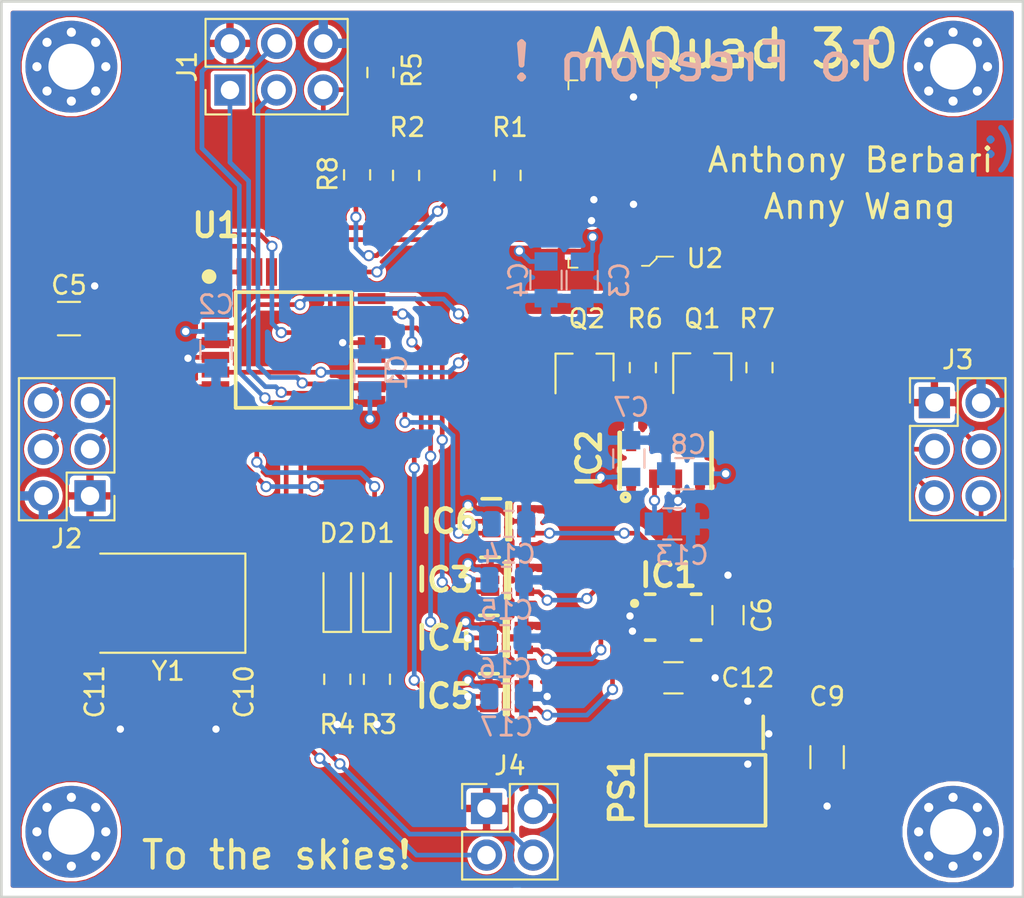
<source format=kicad_pcb>
(kicad_pcb (version 20171130) (host pcbnew "(5.1.2)-1")
  (layers (0 F.Cu signal) (31 B.Cu signal) (34 B.Paste user) (35 F.Paste user) (36 B.SilkS user) (37 F.SilkS user) (38 B.Mask user) (39 F.Mask user) (44 Edge.Cuts user))
  (net 0 "")
  (net 1 GND)
  (net 2 VCC)
  (net 3 "Net-(D1-Pad1)")
  (net 4 "Net-(D2-Pad1)")
  (net 5 VAA)
  (net 6 /Xtal2)
  (net 7 /Xtal1)
  (net 8 "Net-(C13-Pad1)")
  (net 9 /Led_G)
  (net 10 /Led_R)
  (net 11 /MISO)
  (net 12 /SS_IMU)
  (net 13 /SCK)
  (net 14 /MOSI)
  (net 15 /SDA_1_3.3)
  (net 16 /SCL_1_3.3)
  (net 17 /MISO_ISP)
  (net 18 /SWCLK)
  (net 19 /MOSI_ISP)
  (net 20 /MCU_RESET)
  (net 21 /Throttle)
  (net 22 /Rudder)
  (net 23 /Elevator)
  (net 24 /Aileron)
  (net 25 /Motor_4)
  (net 26 /Motor_3)
  (net 27 /Motor_2)
  (net 28 /Motor_1)
  (net 29 /SDA_0)
  (net 30 /SCL_0)
  (net 31 /PWM_OE)
  (net 32 /SDA_1)
  (net 33 /SCL_1)
  (net 34 /Ultrasonic_Echo)
  (net 35 /Ultrasonic_Trig)
  (net 36 /MISO_3.3)
  (net 37 /SS_IMU_3.3)
  (net 38 /SCK_3.3)
  (net 39 /MOSI_3.3)
  (module MountingHole:MountingHole_2.5mm_Pad_Via (layer F.Cu) (at 213.106 53.848)
    (fp_text reference REF**)
    (fp_text value MountingHole_2.5mm_Pad_Via)
    (pad 1 thru_hole circle (at 1.325825 -1.325825) (size 0.8 0.8) (drill 0.5) (layers *.Cu *.Mask))
    (pad 1 thru_hole circle (at 0 -1.875) (size 0.8 0.8) (drill 0.5) (layers *.Cu *.Mask))
    (pad 1 thru_hole circle (at -1.325825 -1.325825) (size 0.8 0.8) (drill 0.5) (layers *.Cu *.Mask))
    (pad 1 thru_hole circle (at -1.875 0) (size 0.8 0.8) (drill 0.5) (layers *.Cu *.Mask))
    (pad 1 thru_hole circle (at -1.325825 1.325825) (size 0.8 0.8) (drill 0.5) (layers *.Cu *.Mask))
    (pad 1 thru_hole circle (at 0 1.875) (size 0.8 0.8) (drill 0.5) (layers *.Cu *.Mask))
    (pad 1 thru_hole circle (at 1.325825 1.325825) (size 0.8 0.8) (drill 0.5) (layers *.Cu *.Mask))
    (pad 1 thru_hole circle (at 1.875 0) (size 0.8 0.8) (drill 0.5) (layers *.Cu *.Mask))
    (pad 1 thru_hole circle (at 0 0) (size 5 5) (drill 2.5) (layers *.Cu *.Mask))
  )
  (module MountingHole:MountingHole_2.5mm_Pad_Via (layer F.Cu) (at 261.112 53.848)
    (fp_text reference REF**)
    (fp_text value MountingHole_2.5mm_Pad_Via)
    (pad 1 thru_hole circle (at 1.325825 -1.325825) (size 0.8 0.8) (drill 0.5) (layers *.Cu *.Mask))
    (pad 1 thru_hole circle (at 0 -1.875) (size 0.8 0.8) (drill 0.5) (layers *.Cu *.Mask))
    (pad 1 thru_hole circle (at -1.325825 -1.325825) (size 0.8 0.8) (drill 0.5) (layers *.Cu *.Mask))
    (pad 1 thru_hole circle (at -1.875 0) (size 0.8 0.8) (drill 0.5) (layers *.Cu *.Mask))
    (pad 1 thru_hole circle (at -1.325825 1.325825) (size 0.8 0.8) (drill 0.5) (layers *.Cu *.Mask))
    (pad 1 thru_hole circle (at 0 1.875) (size 0.8 0.8) (drill 0.5) (layers *.Cu *.Mask))
    (pad 1 thru_hole circle (at 1.325825 1.325825) (size 0.8 0.8) (drill 0.5) (layers *.Cu *.Mask))
    (pad 1 thru_hole circle (at 1.875 0) (size 0.8 0.8) (drill 0.5) (layers *.Cu *.Mask))
    (pad 1 thru_hole circle (at 0 0) (size 5 5) (drill 2.5) (layers *.Cu *.Mask))
  )
  (module MountingHole:MountingHole_2.5mm_Pad_Via (layer F.Cu) (at 261.112 95.504)
    (fp_text reference REF**)
    (fp_text value MountingHole_2.5mm_Pad_Via)
    (pad 1 thru_hole circle (at 1.325825 -1.325825) (size 0.8 0.8) (drill 0.5) (layers *.Cu *.Mask))
    (pad 1 thru_hole circle (at 0 -1.875) (size 0.8 0.8) (drill 0.5) (layers *.Cu *.Mask))
    (pad 1 thru_hole circle (at -1.325825 -1.325825) (size 0.8 0.8) (drill 0.5) (layers *.Cu *.Mask))
    (pad 1 thru_hole circle (at -1.875 0) (size 0.8 0.8) (drill 0.5) (layers *.Cu *.Mask))
    (pad 1 thru_hole circle (at -1.325825 1.325825) (size 0.8 0.8) (drill 0.5) (layers *.Cu *.Mask))
    (pad 1 thru_hole circle (at 0 1.875) (size 0.8 0.8) (drill 0.5) (layers *.Cu *.Mask))
    (pad 1 thru_hole circle (at 1.325825 1.325825) (size 0.8 0.8) (drill 0.5) (layers *.Cu *.Mask))
    (pad 1 thru_hole circle (at 1.875 0) (size 0.8 0.8) (drill 0.5) (layers *.Cu *.Mask))
    (pad 1 thru_hole circle (at 0 0) (size 5 5) (drill 2.5) (layers *.Cu *.Mask))
  )
  (module MountingHole:MountingHole_2.5mm_Pad_Via (layer F.Cu) (at 213.106 95.504)
    (fp_text reference REF**)
    (fp_text value MountingHole_2.5mm_Pad_Via)
    (pad 1 thru_hole circle (at 1.325825 -1.325825) (size 0.8 0.8) (drill 0.5) (layers *.Cu *.Mask))
    (pad 1 thru_hole circle (at 0 -1.875) (size 0.8 0.8) (drill 0.5) (layers *.Cu *.Mask))
    (pad 1 thru_hole circle (at -1.325825 -1.325825) (size 0.8 0.8) (drill 0.5) (layers *.Cu *.Mask))
    (pad 1 thru_hole circle (at -1.875 0) (size 0.8 0.8) (drill 0.5) (layers *.Cu *.Mask))
    (pad 1 thru_hole circle (at -1.325825 1.325825) (size 0.8 0.8) (drill 0.5) (layers *.Cu *.Mask))
    (pad 1 thru_hole circle (at 0 1.875) (size 0.8 0.8) (drill 0.5) (layers *.Cu *.Mask))
    (pad 1 thru_hole circle (at 1.325825 1.325825) (size 0.8 0.8) (drill 0.5) (layers *.Cu *.Mask))
    (pad 1 thru_hole circle (at 1.875 0) (size 0.8 0.8) (drill 0.5) (layers *.Cu *.Mask))
    (pad 1 thru_hole circle (at 0 0) (size 5 5) (drill 2.5) (layers *.Cu *.Mask))
  )
  (module Connector_PinHeader_2.54mm:PinHeader_2x03_P2.54mm_Vertical (layer F.Cu) (at 260.096 72.136)
    (fp_text reference J3 (at 1.27 -2.33) (layer F.SilkS))
    (fp_text value ESC_Input)
    (pad 6 thru_hole oval (at 2.54 5.08) (size 1.7 1.7) (drill 1) (layers *.Cu *.Mask) (net 28 /Motor_1))
    (pad 5 thru_hole oval (at 0 5.08) (size 1.7 1.7) (drill 1) (layers *.Cu *.Mask) (net 27 /Motor_2))
    (pad 4 thru_hole oval (at 2.54 2.54) (size 1.7 1.7) (drill 1) (layers *.Cu *.Mask) (net 25 /Motor_4))
    (pad 3 thru_hole oval (at 0 2.54) (size 1.7 1.7) (drill 1) (layers *.Cu *.Mask) (net 26 /Motor_3))
    (pad 2 thru_hole oval (at 2.54 0) (size 1.7 1.7) (drill 1) (layers *.Cu *.Mask) (net 1 GND))
    (pad 1 thru_hole rect (at 0 0) (size 1.7 1.7) (drill 1) (layers *.Cu *.Mask) (net 2 VCC))
  )
  (module sensors:MPL3115A2 (layer F.Cu) (at 245.461 75.281 90)
    (fp_text reference IC2 (at 0.097 -4.161 90) (layer F.SilkS) (effects (font (size 1.27 1.27) (thickness 0.254))))
    (fp_text value MPL3115A2 hide)
    (pad 8 smd rect (at 1 -1.875 180) (size 0.55 1) (layers F.Cu F.Paste F.Mask) (net 16 /SCL_1_3.3))
    (pad 7 smd rect (at 1 -0.625 180) (size 0.55 1) (layers F.Cu F.Paste F.Mask) (net 15 /SDA_1_3.3))
    (pad 6 smd rect (at 1 0.625 180) (size 0.55 1) (layers F.Cu F.Paste F.Mask))
    (pad 5 smd rect (at 1 1.875 180) (size 0.55 1) (layers F.Cu F.Paste F.Mask))
    (pad 4 smd rect (at -1 1.875 180) (size 0.55 1) (layers F.Cu F.Paste F.Mask) (net 5 VAA))
    (pad 3 smd rect (at -1 0.625 180) (size 0.55 1) (layers F.Cu F.Paste F.Mask) (net 1 GND))
    (pad 2 smd rect (at -1 -0.625 180) (size 0.55 1) (layers F.Cu F.Paste F.Mask) (net 8 "Net-(C13-Pad1)"))
    (pad 1 smd rect (at -1 -1.875 180) (size 0.55 1) (layers F.Cu F.Paste F.Mask) (net 5 VAA))
  )
  (module Connector_PinHeader_2.54mm:PinHeader_2x03_P2.54mm_Vertical (layer F.Cu) (at 214.122 77.216 180)
    (fp_text reference J2 (at 1.27 -2.33) (layer F.SilkS))
    (fp_text value Receiver_Output)
    (pad 6 thru_hole oval (at 2.54 5.08 180) (size 1.7 1.7) (drill 1) (layers *.Cu *.Mask) (net 22 /Rudder))
    (pad 5 thru_hole oval (at 0 5.08 180) (size 1.7 1.7) (drill 1) (layers *.Cu *.Mask) (net 23 /Elevator))
    (pad 4 thru_hole oval (at 2.54 2.54 180) (size 1.7 1.7) (drill 1) (layers *.Cu *.Mask) (net 24 /Aileron))
    (pad 3 thru_hole oval (at 0 2.54 180) (size 1.7 1.7) (drill 1) (layers *.Cu *.Mask) (net 21 /Throttle))
    (pad 2 thru_hole oval (at 2.54 0 180) (size 1.7 1.7) (drill 1) (layers *.Cu *.Mask) (net 1 GND))
    (pad 1 thru_hole rect (at 0 0 180) (size 1.7 1.7) (drill 1) (layers *.Cu *.Mask) (net 2 VCC))
  )
  (module Capacitors_SMD:C_0805 (layer F.Cu) (at 245.888 87.122 180)
    (fp_text reference C12 (at -4.048 0 180) (layer F.SilkS))
    (fp_text value 0.1uF)
    (pad 1 smd rect (at -1 0 180) (size 1 1.25) (layers F.Cu F.Paste F.Mask) (net 1 GND))
    (pad 2 smd rect (at 1 0 180) (size 1 1.25) (layers F.Cu F.Paste F.Mask) (net 5 VAA))
  )
  (module Crystals:Crystal_SMD_7050-2pin_7.0x5.0mm (layer F.Cu) (at 218.38 83.058 180)
    (fp_text reference Y1 (at 0 -3.7) (layer F.SilkS))
    (fp_text value Crystal)
    (pad 2 smd rect (at 2.6 0 180) (size 2.8 3) (layers F.Cu F.Paste F.Mask) (net 7 /Xtal1))
    (pad 1 smd rect (at -2.6 0 180) (size 2.8 3) (layers F.Cu F.Paste F.Mask) (net 6 /Xtal2))
  )
  (module Capacitor_SMD:C_0402_1005Metric (layer F.Cu) (at 215.773 88.138 270)
    (fp_text reference C11 (at -0.254 1.397 90) (layer F.SilkS))
    (fp_text value 33pF)
    (pad 2 smd roundrect (at 0.485 0 270) (size 0.59 0.64) (layers F.Cu F.Paste F.Mask) (net 1 GND))
    (pad 1 smd roundrect (at -0.485 0 270) (size 0.59 0.64) (layers F.Cu F.Paste F.Mask) (net 7 /Xtal1))
  )
  (module Capacitors_SMD:C_0805 (layer B.Cu) (at 245.8245 78.74)
    (fp_text reference C13 (at 0.524 1.7145 180) (layer B.SilkS) (effects (justify mirror)))
    (fp_text value 0.1uF)
    (pad 2 smd rect (at 1 0) (size 1 1.25) (layers B.Cu B.Paste B.Mask) (net 1 GND))
    (pad 1 smd rect (at -1 0) (size 1 1.25) (layers B.Cu B.Paste B.Mask) (net 8 "Net-(C13-Pad1)"))
  )
  (module Capacitor_SMD:C_0402_1005Metric (layer F.Cu) (at 220.98 88.138 270)
    (fp_text reference C10 (at -0.254 -1.524 90) (layer F.SilkS))
    (fp_text value 33pF)
    (pad 2 smd roundrect (at 0.485 0 270) (size 0.59 0.64) (layers F.Cu F.Paste F.Mask) (net 1 GND))
    (pad 1 smd roundrect (at -0.485 0 270) (size 0.59 0.64) (layers F.Cu F.Paste F.Mask) (net 6 /Xtal2))
  )
  (module digikey-footprints:TSSOP-28_W4.40mm (layer F.Cu) (at 242.57 59.69 90)
    (fp_text reference U2 (at -4.5974 5.0292 180) (layer F.SilkS))
    (fp_text value PCA9685PW_112)
    (pad 28 smd rect (at -4.225 -2.8 90) (size 0.3 1.6) (layers F.Cu F.Paste F.Mask) (net 2 VCC))
    (pad 27 smd rect (at -3.575 -2.8 90) (size 0.3 1.6) (layers F.Cu F.Paste F.Mask) (net 29 /SDA_0))
    (pad 26 smd rect (at -2.925 -2.8 90) (size 0.3 1.6) (layers F.Cu F.Paste F.Mask) (net 30 /SCL_0))
    (pad 25 smd rect (at -2.275 -2.8 90) (size 0.3 1.6) (layers F.Cu F.Paste F.Mask) (net 1 GND))
    (pad 24 smd rect (at -1.625 -2.8 90) (size 0.3 1.6) (layers F.Cu F.Paste F.Mask) (net 1 GND))
    (pad 23 smd rect (at -0.975 -2.8 90) (size 0.3 1.6) (layers F.Cu F.Paste F.Mask) (net 31 /PWM_OE))
    (pad 22 smd rect (at -0.325 -2.8 90) (size 0.3 1.6) (layers F.Cu F.Paste F.Mask))
    (pad 21 smd rect (at 0.325 -2.8 90) (size 0.3 1.6) (layers F.Cu F.Paste F.Mask))
    (pad 20 smd rect (at 0.975 -2.8 90) (size 0.3 1.6) (layers F.Cu F.Paste F.Mask))
    (pad 19 smd rect (at 1.625 -2.8 90) (size 0.3 1.6) (layers F.Cu F.Paste F.Mask))
    (pad 18 smd rect (at 2.275 -2.8 90) (size 0.3 1.6) (layers F.Cu F.Paste F.Mask))
    (pad 17 smd rect (at 2.925 -2.8 90) (size 0.3 1.6) (layers F.Cu F.Paste F.Mask))
    (pad 16 smd rect (at 3.575 -2.8 90) (size 0.3 1.6) (layers F.Cu F.Paste F.Mask))
    (pad 15 smd rect (at 4.225 -2.8 90) (size 0.3 1.6) (layers F.Cu F.Paste F.Mask))
    (pad 14 smd rect (at 4.225 2.8 90) (size 0.3 1.6) (layers F.Cu F.Paste F.Mask) (net 1 GND))
    (pad 13 smd rect (at 3.575 2.8 90) (size 0.3 1.6) (layers F.Cu F.Paste F.Mask))
    (pad 12 smd rect (at 2.925 2.8 90) (size 0.3 1.6) (layers F.Cu F.Paste F.Mask))
    (pad 11 smd rect (at 2.275 2.8 90) (size 0.3 1.6) (layers F.Cu F.Paste F.Mask))
    (pad 10 smd rect (at 1.625 2.8 90) (size 0.3 1.6) (layers F.Cu F.Paste F.Mask))
    (pad 9 smd rect (at 0.975 2.8 90) (size 0.3 1.6) (layers F.Cu F.Paste F.Mask) (net 25 /Motor_4))
    (pad 8 smd rect (at 0.325 2.8 90) (size 0.3 1.6) (layers F.Cu F.Paste F.Mask) (net 26 /Motor_3))
    (pad 7 smd rect (at -0.325 2.8 90) (size 0.3 1.6) (layers F.Cu F.Paste F.Mask) (net 27 /Motor_2))
    (pad 6 smd rect (at -0.975 2.8 90) (size 0.3 1.6) (layers F.Cu F.Paste F.Mask) (net 28 /Motor_1))
    (pad 5 smd rect (at -1.625 2.8 90) (size 0.3 1.6) (layers F.Cu F.Paste F.Mask) (net 1 GND))
    (pad 4 smd rect (at -2.275 2.8 90) (size 0.3 1.6) (layers F.Cu F.Paste F.Mask) (net 2 VCC))
    (pad 3 smd rect (at -2.925 2.8 90) (size 0.3 1.6) (layers F.Cu F.Paste F.Mask) (net 2 VCC))
    (pad 2 smd rect (at -3.575 2.8 90) (size 0.3 1.6) (layers F.Cu F.Paste F.Mask) (net 2 VCC))
    (pad 1 smd rect (at -4.225 2.8 90) (size 0.3 1.6) (layers F.Cu F.Paste F.Mask) (net 2 VCC))
  )
  (module Capacitors_SMD:C_0805 (layer B.Cu) (at 229.362 70.485 90)
    (fp_text reference C1 (at 0 1.5 270) (layer B.SilkS) (effects (justify mirror)))
    (fp_text value 0.1uF)
    (pad 2 smd rect (at 1 0 90) (size 1 1.25) (layers B.Cu B.Paste B.Mask) (net 1 GND))
    (pad 1 smd rect (at -1 0 90) (size 1 1.25) (layers B.Cu B.Paste B.Mask) (net 2 VCC))
  )
  (module Capacitors_SMD:C_0805 (layer B.Cu) (at 220.98 69.2625 270)
    (fp_text reference C2 (at -2.4605 0) (layer B.SilkS) (effects (justify mirror)))
    (fp_text value 10uF)
    (pad 2 smd rect (at 1 0 270) (size 1 1.25) (layers B.Cu B.Paste B.Mask) (net 1 GND))
    (pad 1 smd rect (at -1 0 270) (size 1 1.25) (layers B.Cu B.Paste B.Mask) (net 2 VCC))
  )
  (module Capacitors_SMD:C_0805 (layer B.Cu) (at 240.919 65.4685 270)
    (fp_text reference C3 (at 0 -2.032 90) (layer B.SilkS) (effects (justify mirror)))
    (fp_text value 0.1uF)
    (pad 2 smd rect (at 1 0 270) (size 1 1.25) (layers B.Cu B.Paste B.Mask) (net 1 GND))
    (pad 1 smd rect (at -1 0 270) (size 1 1.25) (layers B.Cu B.Paste B.Mask) (net 2 VCC))
  )
  (module Capacitors_SMD:C_0805 (layer B.Cu) (at 238.9505 65.4525 270)
    (fp_text reference C4 (at 0 1.5 270) (layer B.SilkS) (effects (justify mirror)))
    (fp_text value 10uF)
    (pad 2 smd rect (at 1 0 270) (size 1 1.25) (layers B.Cu B.Paste B.Mask) (net 1 GND))
    (pad 1 smd rect (at -1 0 270) (size 1 1.25) (layers B.Cu B.Paste B.Mask) (net 2 VCC))
  )
  (module Capacitor_SMD:C_1206_3216Metric (layer F.Cu) (at 212.976 67.564)
    (fp_text reference C5 (at 0 -1.82 180) (layer F.SilkS))
    (fp_text value 100uF)
    (pad 2 smd roundrect (at 1.4 0) (size 1.25 1.75) (layers F.Cu F.Paste F.Mask) (roundrect_rratio 0.2) (net 1 GND))
    (pad 1 smd roundrect (at -1.4 0) (size 1.25 1.75) (layers F.Cu F.Paste F.Mask) (roundrect_rratio 0.2) (net 2 VCC))
  )
  (module Capacitors_SMD:C_0805 (layer F.Cu) (at 248.8565 83.709 270)
    (fp_text reference C6 (at 0 -1.8415 90) (layer F.SilkS))
    (fp_text value 0.1uF)
    (pad 2 smd rect (at 1 0 270) (size 1 1.25) (layers F.Cu F.Paste F.Mask) (net 5 VAA))
    (pad 1 smd rect (at -1 0 270) (size 1 1.25) (layers F.Cu F.Paste F.Mask) (net 1 GND))
  )
  (module Capacitors_SMD:C_0805 (layer B.Cu) (at 246.491 76.0095 180)
    (fp_text reference C7 (at 2.905 3.6195) (layer B.SilkS) (effects (justify mirror)))
    (fp_text value 0.1uF)
    (pad 2 smd rect (at 1 0 180) (size 1 1.25) (layers B.Cu B.Paste B.Mask) (net 1 GND))
    (pad 1 smd rect (at -1 0 180) (size 1 1.25) (layers B.Cu B.Paste B.Mask) (net 5 VAA))
  )
  (module Capacitors_SMD:C_0805 (layer B.Cu) (at 243.459 75.184 90)
    (fp_text reference C8 (at 0.762 3.2385 180) (layer B.SilkS) (effects (justify mirror)))
    (fp_text value 10uF)
    (pad 2 smd rect (at 1 0 90) (size 1 1.25) (layers B.Cu B.Paste B.Mask) (net 1 GND))
    (pad 1 smd rect (at -1 0 90) (size 1 1.25) (layers B.Cu B.Paste B.Mask) (net 5 VAA))
  )
  (module Capacitor_SMD:C_1206_3216Metric (layer F.Cu) (at 254.254 91.443 90)
    (fp_text reference C9 (at 3.305 0 180) (layer F.SilkS))
    (fp_text value 100uF)
    (pad 2 smd roundrect (at 1.4 0 90) (size 1.25 1.75) (layers F.Cu F.Paste F.Mask) (roundrect_rratio 0.2) (net 5 VAA))
    (pad 1 smd roundrect (at -1.4 0 90) (size 1.25 1.75) (layers F.Cu F.Paste F.Mask) (roundrect_rratio 0.2) (net 1 GND))
  )
  (module sensors:bmx160 (layer F.Cu) (at 245.872 83.82)
    (fp_text reference IC1 (at -0.254 -2.286) (layer F.SilkS) (effects (font (size 1.27 1.27) (thickness 0.254))))
    (fp_text value BMX160 hide)
    (pad 14 smd rect (at -0.5 -0.9) (size 0.3 0.6) (layers F.Cu F.Paste F.Mask) (net 39 /MOSI_3.3))
    (pad 13 smd rect (at 0 -0.9) (size 0.3 0.6) (layers F.Cu F.Paste F.Mask) (net 38 /SCK_3.3))
    (pad 12 smd rect (at 0.5 -0.9) (size 0.3 0.6) (layers F.Cu F.Paste F.Mask) (net 37 /SS_IMU_3.3))
    (pad 11 smd rect (at 1.15 -0.75 90) (size 0.3 0.6) (layers F.Cu F.Paste F.Mask))
    (pad 10 smd rect (at 1.15 -0.25 90) (size 0.3 0.6) (layers F.Cu F.Paste F.Mask))
    (pad 9 smd rect (at 1.15 0.25 90) (size 0.3 0.6) (layers F.Cu F.Paste F.Mask))
    (pad 8 smd rect (at 1.15 0.75 90) (size 0.3 0.6) (layers F.Cu F.Paste F.Mask) (net 5 VAA))
    (pad 7 smd rect (at 0.5 0.9) (size 0.3 0.6) (layers F.Cu F.Paste F.Mask) (net 1 GND))
    (pad 6 smd rect (at 0 0.9) (size 0.3 0.6) (layers F.Cu F.Paste F.Mask) (net 1 GND))
    (pad 5 smd rect (at -0.5 0.9) (size 0.3 0.6) (layers F.Cu F.Paste F.Mask) (net 5 VAA))
    (pad 4 smd rect (at -1.15 0.75 90) (size 0.3 0.6) (layers F.Cu F.Paste F.Mask))
    (pad 3 smd rect (at -1.15 0.25 90) (size 0.3 0.6) (layers F.Cu F.Paste F.Mask) (net 1 GND))
    (pad 2 smd rect (at -1.15 -0.25 90) (size 0.3 0.6) (layers F.Cu F.Paste F.Mask) (net 1 GND))
    (pad 1 smd rect (at -1.15 -0.75 90) (size 0.3 0.6) (layers F.Cu F.Paste F.Mask) (net 36 /MISO_3.3))
  )
  (module Connector_PinHeader_2.54mm:PinHeader_2x03_P2.54mm_Vertical (layer F.Cu) (at 221.742 55.118 90)
    (fp_text reference J1 (at 1.27 -2.33 90) (layer F.SilkS))
    (fp_text value programmer)
    (pad 6 thru_hole oval (at 2.54 5.08 90) (size 1.7 1.7) (drill 1) (layers *.Cu *.Mask) (net 1 GND))
    (pad 5 thru_hole oval (at 0 5.08 90) (size 1.7 1.7) (drill 1) (layers *.Cu *.Mask) (net 20 /MCU_RESET))
    (pad 4 thru_hole oval (at 2.54 2.54 90) (size 1.7 1.7) (drill 1) (layers *.Cu *.Mask) (net 19 /MOSI_ISP))
    (pad 3 thru_hole oval (at 0 2.54 90) (size 1.7 1.7) (drill 1) (layers *.Cu *.Mask) (net 18 /SWCLK))
    (pad 2 thru_hole oval (at 2.54 0 90) (size 1.7 1.7) (drill 1) (layers *.Cu *.Mask) (net 2 VCC))
    (pad 1 thru_hole rect (at 0 0 90) (size 1.7 1.7) (drill 1) (layers *.Cu *.Mask) (net 17 /MISO_ISP))
  )
  (module Resistor_SMD:R_0805_2012Metric (layer F.Cu) (at 236.855 59.7685 270)
    (fp_text reference R1 (at -2.6185 -0.127 180) (layer F.SilkS))
    (fp_text value 10K)
    (pad 2 smd roundrect (at 0.9375 0 270) (size 0.975 1.4) (layers F.Cu F.Paste F.Mask) (net 31 /PWM_OE))
    (pad 1 smd roundrect (at -0.9375 0 270) (size 0.975 1.4) (layers F.Cu F.Paste F.Mask) (net 2 VCC))
  )
  (module Resistor_SMD:R_0805_2012Metric (layer F.Cu) (at 231.3305 59.7685 90)
    (fp_text reference R2 (at 2.6185 0.0635) (layer F.SilkS))
    (fp_text value 2K)
    (pad 2 smd roundrect (at 0.9375 0 90) (size 0.975 1.4) (layers F.Cu F.Paste F.Mask) (net 2 VCC))
    (pad 1 smd roundrect (at -0.9375 0 90) (size 0.975 1.4) (layers F.Cu F.Paste F.Mask) (net 30 /SCL_0))
  )
  (module Resistor_SMD:R_0805_2012Metric (layer F.Cu) (at 229.743 87.2005 270)
    (fp_text reference R3 (at 2.4615 -0.127 180) (layer F.SilkS))
    (fp_text value 300)
    (pad 2 smd roundrect (at 0.9375 0 270) (size 0.975 1.4) (layers F.Cu F.Paste F.Mask) (net 1 GND))
    (pad 1 smd roundrect (at -0.9375 0 270) (size 0.975 1.4) (layers F.Cu F.Paste F.Mask) (net 3 "Net-(D1-Pad1)"))
  )
  (module Resistor_SMD:R_0805_2012Metric (layer F.Cu) (at 227.584 87.2005 270)
    (fp_text reference R4 (at 2.4615 0 180) (layer F.SilkS))
    (fp_text value 300)
    (pad 2 smd roundrect (at 0.9375 0 270) (size 0.975 1.4) (layers F.Cu F.Paste F.Mask) (net 1 GND))
    (pad 1 smd roundrect (at -0.9375 0 270) (size 0.975 1.4) (layers F.Cu F.Paste F.Mask) (net 4 "Net-(D2-Pad1)"))
  )
  (module Resistor_SMD:R_0805_2012Metric (layer F.Cu) (at 229.9335 54.1655 90)
    (fp_text reference R5 (at 0.127 1.7145 270) (layer F.SilkS))
    (fp_text value 10K)
    (pad 2 smd roundrect (at 0.9375 0 90) (size 0.975 1.4) (layers F.Cu F.Paste F.Mask) (net 2 VCC))
    (pad 1 smd roundrect (at -0.9375 0 90) (size 0.975 1.4) (layers F.Cu F.Paste F.Mask) (net 20 /MCU_RESET))
  )
  (module Resistor_SMD:R_0805_2012Metric (layer F.Cu) (at 244.221 70.231 270)
    (fp_text reference R6 (at -2.667 -0.127 180) (layer F.SilkS))
    (fp_text value 10K)
    (pad 2 smd roundrect (at 0.9375 0 270) (size 0.975 1.4) (layers F.Cu F.Paste F.Mask) (net 16 /SCL_1_3.3))
    (pad 1 smd roundrect (at -0.9375 0 270) (size 0.975 1.4) (layers F.Cu F.Paste F.Mask) (net 5 VAA))
  )
  (module Resistor_SMD:R_0805_2012Metric (layer F.Cu) (at 250.571 70.231 270)
    (fp_text reference R7 (at -2.667 0.127 180) (layer F.SilkS))
    (fp_text value 10K)
    (pad 2 smd roundrect (at 0.9375 0 270) (size 0.975 1.4) (layers F.Cu F.Paste F.Mask) (net 15 /SDA_1_3.3))
    (pad 1 smd roundrect (at -0.9375 0 270) (size 0.975 1.4) (layers F.Cu F.Paste F.Mask) (net 5 VAA))
  )
  (module Resistor_SMD:R_0805_2012Metric (layer F.Cu) (at 228.6635 59.7385 90)
    (fp_text reference R8 (at 0.0485 -1.5875 270) (layer F.SilkS))
    (fp_text value 2K)
    (pad 2 smd roundrect (at 0.9375 0 90) (size 0.975 1.4) (layers F.Cu F.Paste F.Mask) (net 2 VCC))
    (pad 1 smd roundrect (at -0.9375 0 90) (size 0.975 1.4) (layers F.Cu F.Paste F.Mask) (net 29 /SDA_0))
  )
  (module microcontrollers:ATMEGA328PB-ANR (layer F.Cu) (at 225.203 69.274)
    (fp_text reference U1 (at -4.223 -6.79) (layer F.SilkS) (effects (font (size 1.27 1.27) (thickness 0.254))))
    (fp_text value Atmega328pb hide)
    (pad 32 smd rect (at -2.8 -4.25) (size 0.6 1.5) (layers F.Cu F.Paste F.Mask) (net 24 /Aileron))
    (pad 31 smd rect (at -2 -4.25) (size 0.6 1.5) (layers F.Cu F.Paste F.Mask) (net 23 /Elevator))
    (pad 30 smd rect (at -1.2 -4.25) (size 0.6 1.5) (layers F.Cu F.Paste F.Mask))
    (pad 29 smd rect (at -0.4 -4.25) (size 0.6 1.5) (layers F.Cu F.Paste F.Mask) (net 20 /MCU_RESET))
    (pad 28 smd rect (at 0.4 -4.25) (size 0.6 1.5) (layers F.Cu F.Paste F.Mask) (net 30 /SCL_0))
    (pad 27 smd rect (at 1.2 -4.25) (size 0.6 1.5) (layers F.Cu F.Paste F.Mask) (net 29 /SDA_0))
    (pad 26 smd rect (at 2 -4.25) (size 0.6 1.5) (layers F.Cu F.Paste F.Mask) (net 22 /Rudder))
    (pad 25 smd rect (at 2.8 -4.25) (size 0.6 1.5) (layers F.Cu F.Paste F.Mask) (net 31 /PWM_OE))
    (pad 24 smd rect (at 4.25 -2.8 90) (size 0.6 1.5) (layers F.Cu F.Paste F.Mask) (net 13 /SCK))
    (pad 23 smd rect (at 4.25 -2 90) (size 0.6 1.5) (layers F.Cu F.Paste F.Mask) (net 11 /MISO))
    (pad 22 smd rect (at 4.25 -1.2 90) (size 0.6 1.5) (layers F.Cu F.Paste F.Mask) (net 14 /MOSI))
    (pad 21 smd rect (at 4.25 -0.4 90) (size 0.6 1.5) (layers F.Cu F.Paste F.Mask) (net 1 GND))
    (pad 20 smd rect (at 4.25 0.4 90) (size 0.6 1.5) (layers F.Cu F.Paste F.Mask))
    (pad 19 smd rect (at 4.25 1.2 90) (size 0.6 1.5) (layers F.Cu F.Paste F.Mask) (net 12 /SS_IMU))
    (pad 18 smd rect (at 4.25 2 90) (size 0.6 1.5) (layers F.Cu F.Paste F.Mask) (net 2 VCC))
    (pad 17 smd rect (at 4.25 2.8 90) (size 0.6 1.5) (layers F.Cu F.Paste F.Mask) (net 18 /SWCLK))
    (pad 16 smd rect (at 2.8 4.25) (size 0.6 1.5) (layers F.Cu F.Paste F.Mask) (net 17 /MISO_ISP))
    (pad 15 smd rect (at 2 4.25) (size 0.6 1.5) (layers F.Cu F.Paste F.Mask) (net 19 /MOSI_ISP))
    (pad 14 smd rect (at 1.2 4.25) (size 0.6 1.5) (layers F.Cu F.Paste F.Mask))
    (pad 13 smd rect (at 0.4 4.25) (size 0.6 1.5) (layers F.Cu F.Paste F.Mask) (net 34 /Ultrasonic_Echo))
    (pad 12 smd rect (at -0.4 4.25) (size 0.6 1.5) (layers F.Cu F.Paste F.Mask) (net 35 /Ultrasonic_Trig))
    (pad 11 smd rect (at -1.2 4.25) (size 0.6 1.5) (layers F.Cu F.Paste F.Mask))
    (pad 10 smd rect (at -2 4.25) (size 0.6 1.5) (layers F.Cu F.Paste F.Mask) (net 9 /Led_G))
    (pad 9 smd rect (at -2.8 4.25) (size 0.6 1.5) (layers F.Cu F.Paste F.Mask) (net 10 /Led_R))
    (pad 8 smd rect (at -4.25 2.8 90) (size 0.6 1.5) (layers F.Cu F.Paste F.Mask) (net 6 /Xtal2))
    (pad 7 smd rect (at -4.25 2 90) (size 0.6 1.5) (layers F.Cu F.Paste F.Mask) (net 7 /Xtal1))
    (pad 6 smd rect (at -4.25 1.2 90) (size 0.6 1.5) (layers F.Cu F.Paste F.Mask) (net 33 /SCL_1))
    (pad 5 smd rect (at -4.25 0.4 90) (size 0.6 1.5) (layers F.Cu F.Paste F.Mask) (net 1 GND))
    (pad 4 smd rect (at -4.25 -0.4 90) (size 0.6 1.5) (layers F.Cu F.Paste F.Mask) (net 2 VCC))
    (pad 3 smd rect (at -4.25 -1.2 90) (size 0.6 1.5) (layers F.Cu F.Paste F.Mask) (net 32 /SDA_1))
    (pad 2 smd rect (at -4.25 -2 90) (size 0.6 1.5) (layers F.Cu F.Paste F.Mask))
    (pad 1 smd rect (at -4.25 -2.8 90) (size 0.6 1.5) (layers F.Cu F.Paste F.Mask) (net 21 /Throttle))
  )
  (module Connector_PinHeader_2.54mm:PinHeader_2x02_P2.54mm_Vertical (layer F.Cu) (at 235.712 94.234)
    (fp_text reference J4 (at 1.27 -2.33) (layer F.SilkS))
    (fp_text value ultrasonic)
    (pad 4 thru_hole oval (at 2.54 2.54) (size 1.7 1.7) (drill 1) (layers *.Cu *.Mask) (net 34 /Ultrasonic_Echo))
    (pad 3 thru_hole oval (at 0 2.54) (size 1.7 1.7) (drill 1) (layers *.Cu *.Mask) (net 35 /Ultrasonic_Trig))
    (pad 2 thru_hole oval (at 2.54 0) (size 1.7 1.7) (drill 1) (layers *.Cu *.Mask) (net 1 GND))
    (pad 1 thru_hole rect (at 0 0) (size 1.7 1.7) (drill 1) (layers *.Cu *.Mask) (net 2 VCC))
  )
  (module levelShifters:74LVC1T45GW_125 (layer F.Cu) (at 236.855 81.788)
    (fp_text reference IC3 (at -3.429 0) (layer F.SilkS) (effects (font (size 1.27 1.27) (thickness 0.254))))
    (fp_text value levelShifter hide)
    (pad 6 smd rect (at 0.95 -0.65 90) (size 0.45 1) (layers F.Cu F.Paste F.Mask) (net 5 VAA))
    (pad 5 smd rect (at 0.95 0 90) (size 0.45 1) (layers F.Cu F.Paste F.Mask) (net 2 VCC))
    (pad 4 smd rect (at 0.95 0.65 90) (size 0.45 1) (layers F.Cu F.Paste F.Mask) (net 38 /SCK_3.3))
    (pad 3 smd rect (at -0.95 0.65 90) (size 0.45 1) (layers F.Cu F.Paste F.Mask) (net 13 /SCK))
    (pad 2 smd rect (at -0.95 0 90) (size 0.45 1) (layers F.Cu F.Paste F.Mask) (net 1 GND))
    (pad 1 smd rect (at -0.95 -0.65 90) (size 0.45 1) (layers F.Cu F.Paste F.Mask) (net 2 VCC))
  )
  (module levelShifters:74LVC1T45GW_125 (layer F.Cu) (at 236.789 84.948)
    (fp_text reference IC4 (at -3.363 0) (layer F.SilkS) (effects (font (size 1.27 1.27) (thickness 0.254))))
    (fp_text value levelShifter hide)
    (pad 6 smd rect (at 0.95 -0.65 90) (size 0.45 1) (layers F.Cu F.Paste F.Mask) (net 5 VAA))
    (pad 5 smd rect (at 0.95 0 90) (size 0.45 1) (layers F.Cu F.Paste F.Mask) (net 2 VCC))
    (pad 4 smd rect (at 0.95 0.65 90) (size 0.45 1) (layers F.Cu F.Paste F.Mask) (net 39 /MOSI_3.3))
    (pad 3 smd rect (at -0.95 0.65 90) (size 0.45 1) (layers F.Cu F.Paste F.Mask) (net 14 /MOSI))
    (pad 2 smd rect (at -0.95 0 90) (size 0.45 1) (layers F.Cu F.Paste F.Mask) (net 1 GND))
    (pad 1 smd rect (at -0.95 -0.65 90) (size 0.45 1) (layers F.Cu F.Paste F.Mask) (net 2 VCC))
  )
  (module levelShifters:74LVC1T45GW_125 (layer F.Cu) (at 236.794 88.123)
    (fp_text reference IC5 (at -3.368 0) (layer F.SilkS) (effects (font (size 1.27 1.27) (thickness 0.254))))
    (fp_text value levelShifter hide)
    (pad 1 smd rect (at -0.95 -0.65 90) (size 0.45 1) (layers F.Cu F.Paste F.Mask) (net 2 VCC))
    (pad 2 smd rect (at -0.95 0 90) (size 0.45 1) (layers F.Cu F.Paste F.Mask) (net 1 GND))
    (pad 3 smd rect (at -0.95 0.65 90) (size 0.45 1) (layers F.Cu F.Paste F.Mask) (net 11 /MISO))
    (pad 4 smd rect (at 0.95 0.65 90) (size 0.45 1) (layers F.Cu F.Paste F.Mask) (net 36 /MISO_3.3))
    (pad 5 smd rect (at 0.95 0 90) (size 0.45 1) (layers F.Cu F.Paste F.Mask) (net 1 GND))
    (pad 6 smd rect (at 0.95 -0.65 90) (size 0.45 1) (layers F.Cu F.Paste F.Mask) (net 5 VAA))
  )
  (module levelShifters:74LVC1T45GW_125 (layer F.Cu) (at 236.921 78.598)
    (fp_text reference IC6 (at -3.241 0) (layer F.SilkS) (effects (font (size 1.27 1.27) (thickness 0.254))))
    (fp_text value levelShifter hide)
    (pad 6 smd rect (at 0.95 -0.65 90) (size 0.45 1) (layers F.Cu F.Paste F.Mask) (net 5 VAA))
    (pad 5 smd rect (at 0.95 0 90) (size 0.45 1) (layers F.Cu F.Paste F.Mask) (net 2 VCC))
    (pad 4 smd rect (at 0.95 0.65 90) (size 0.45 1) (layers F.Cu F.Paste F.Mask) (net 37 /SS_IMU_3.3))
    (pad 3 smd rect (at -0.95 0.65 90) (size 0.45 1) (layers F.Cu F.Paste F.Mask) (net 12 /SS_IMU))
    (pad 2 smd rect (at -0.95 0 90) (size 0.45 1) (layers F.Cu F.Paste F.Mask) (net 1 GND))
    (pad 1 smd rect (at -0.95 -0.65 90) (size 0.45 1) (layers F.Cu F.Paste F.Mask) (net 2 VCC))
  )
  (module Capacitor_SMD:C_0805_2012Metric (layer B.Cu) (at 236.9335 78.74)
    (fp_text reference C14 (at 0 1.65) (layer B.SilkS) (effects (justify mirror)))
    (fp_text value 10uF)
    (pad 2 smd roundrect (at 0.9375 0) (size 0.975 1.4) (layers B.Cu B.Paste B.Mask) (net 1 GND))
    (pad 1 smd roundrect (at -0.9375 0) (size 0.975 1.4) (layers B.Cu B.Paste B.Mask) (net 2 VCC))
  )
  (module Capacitor_SMD:C_0805_2012Metric (layer B.Cu) (at 236.8065 81.788)
    (fp_text reference C15 (at 0 1.65) (layer B.SilkS) (effects (justify mirror)))
    (fp_text value 10uF)
    (pad 2 smd roundrect (at 0.9375 0) (size 0.975 1.4) (layers B.Cu B.Paste B.Mask) (net 1 GND))
    (pad 1 smd roundrect (at -0.9375 0) (size 0.975 1.4) (layers B.Cu B.Paste B.Mask) (net 2 VCC))
  )
  (module Capacitor_SMD:C_0805_2012Metric (layer B.Cu) (at 236.728 84.963)
    (fp_text reference C16 (at 0 1.65) (layer B.SilkS) (effects (justify mirror)))
    (fp_text value 10uF)
    (pad 2 smd roundrect (at 0.9375 0) (size 0.975 1.4) (layers B.Cu B.Paste B.Mask) (net 1 GND))
    (pad 1 smd roundrect (at -0.9375 0) (size 0.975 1.4) (layers B.Cu B.Paste B.Mask) (net 2 VCC))
  )
  (module Capacitor_SMD:C_0805_2012Metric (layer B.Cu) (at 236.8065 88.138)
    (fp_text reference C17 (at 0 1.65) (layer B.SilkS) (effects (justify mirror)))
    (fp_text value 10uF)
    (pad 2 smd roundrect (at 0.9375 0) (size 0.975 1.4) (layers B.Cu B.Paste B.Mask) (net 1 GND))
    (pad 1 smd roundrect (at -0.9375 0) (size 0.975 1.4) (layers B.Cu B.Paste B.Mask) (net 2 VCC))
  )
  (module LEDs:LED_0805_HandSoldering (layer F.Cu) (at 229.743 82.423 90)
    (fp_text reference D1 (at 3.175 0 180) (layer F.SilkS))
    (fp_text value green)
    (pad 1 smd rect (at -1.35 0 90) (size 1.5 1.3) (layers F.Cu F.Paste F.Mask) (net 3 "Net-(D1-Pad1)"))
    (pad 2 smd rect (at 1.35 0 90) (size 1.5 1.3) (layers F.Cu F.Paste F.Mask) (net 9 /Led_G))
  )
  (module LEDs:LED_0805_HandSoldering (layer F.Cu) (at 227.584 82.423 90)
    (fp_text reference D2 (at 3.175 0 180) (layer F.SilkS))
    (fp_text value red)
    (pad 1 smd rect (at -1.35 0 90) (size 1.5 1.3) (layers F.Cu F.Paste F.Mask) (net 4 "Net-(D2-Pad1)"))
    (pad 2 smd rect (at 1.35 0 90) (size 1.5 1.3) (layers F.Cu F.Paste F.Mask) (net 10 /Led_R))
  )
  (module TO_SOT_Packages_SMD:SOT-23 (layer F.Cu) (at 247.457 70.215 90)
    (fp_text reference Q1 (at 2.651 0 180) (layer F.SilkS))
    (fp_text value BSS138)
    (pad 1 smd rect (at -1 -0.95 90) (size 0.9 0.8) (layers F.Cu F.Paste F.Mask) (net 5 VAA))
    (pad 2 smd rect (at -1 0.95 90) (size 0.9 0.8) (layers F.Cu F.Paste F.Mask) (net 15 /SDA_1_3.3))
    (pad 3 smd rect (at 1 0 90) (size 0.9 0.8) (layers F.Cu F.Paste F.Mask) (net 32 /SDA_1))
  )
  (module TO_SOT_Packages_SMD:SOT-23 (layer F.Cu) (at 241.046 70.231 90)
    (fp_text reference Q2 (at 2.667 0.127 180) (layer F.SilkS))
    (fp_text value BSS138)
    (pad 1 smd rect (at -1 -0.95 90) (size 0.9 0.8) (layers F.Cu F.Paste F.Mask) (net 5 VAA))
    (pad 2 smd rect (at -1 0.95 90) (size 0.9 0.8) (layers F.Cu F.Paste F.Mask) (net 16 /SCL_1_3.3))
    (pad 3 smd rect (at 1 0 90) (size 0.9 0.8) (layers F.Cu F.Paste F.Mask) (net 33 /SCL_1))
  )
  (module SamacSys_Parts:SOT230P700X170-4N (layer F.Cu) (at 247.65 93.243 270)
    (fp_text reference PS1 (at 0 4.572 270) (layer F.SilkS) (effects (font (size 1.27 1.27) (thickness 0.254))))
    (fp_text value SPX1117M3-L-5-0_TR hide)
    (pad 1 smd rect (at -3.15 -2.3) (size 0.95 1.75) (layers F.Cu F.Paste F.Mask) (net 1 GND))
    (pad 2 smd rect (at -3.15 0) (size 0.95 1.75) (layers F.Cu F.Paste F.Mask) (net 5 VAA))
    (pad 3 smd rect (at -3.15 2.3) (size 0.95 1.75) (layers F.Cu F.Paste F.Mask) (net 2 VCC))
    (pad 4 smd rect (at 3.15 0 270) (size 1.75 3.2) (layers F.Cu F.Paste F.Mask))
  )
  (gr_text ":)" (at 263.652 58.42 180) (layer B.Cu) (effects (font (size 1.5 1.5) (thickness 0.3)) (justify mirror)))
  (gr_text "To Freedom !" (at 247.142 53.594) (layer B.SilkS) (effects (font (size 2 2) (thickness 0.3)) (justify mirror)))
  (gr_text "Anny Wang" (at 256.032 61.468) (layer F.SilkS) (effects (font (size 1.3 1.3) (thickness 0.18))))
  (gr_text "Anthony Berbari" (at 255.524 58.928) (layer F.SilkS) (effects (font (size 1.3 1.3) (thickness 0.18))))
  (gr_text "To the skies!" (at 224.282 96.774) (layer F.SilkS) (effects (font (size 1.5 1.5) (thickness 0.225))))
  (gr_text "AAQuad 3.0" (at 249.5296 52.8828) (layer F.SilkS) (effects (font (size 2 2) (thickness 0.3))))
  (gr_line (start 264.922 99.06) (end 264.922 50.292) (angle 90) (layer Edge.Cuts) (width 0.15))
  (gr_line (start 209.296 99.06) (end 264.922 99.06) (angle 90) (layer Edge.Cuts) (width 0.15))
  (gr_line (start 209.296 50.292) (end 209.296 99.06) (angle 90) (layer Edge.Cuts) (width 0.15))
  (gr_line (start 264.922 50.292) (end 209.296 50.292) (angle 90) (layer Edge.Cuts) (width 0.15))
  (segment (start 246.126 76.281) (end 246.126 77.035) (width 0.254) (layer F.Cu) (net 1))
  (via (at 246.126 77.47) (size 0.6096) (drill 0.4) (layers F.Cu B.Cu) (net 1))
  (segment (start 246.126 77.035) (end 246.126 77.47) (width 0.254) (layer F.Cu) (net 1))
  (segment (start 238.498 88.123) (end 238.513 88.138) (width 0.254) (layer F.Cu) (net 1))
  (segment (start 237.744 88.123) (end 238.498 88.123) (width 0.254) (layer F.Cu) (net 1))
  (via (at 239.014 88.138) (size 0.6096) (drill 0.4) (layers F.Cu B.Cu) (net 1))
  (segment (start 238.513 88.138) (end 239.014 88.138) (width 0.254) (layer F.Cu) (net 1))
  (segment (start 235.727 88.123) (end 235.712 88.138) (width 0.254) (layer F.Cu) (net 1))
  (segment (start 235.844 88.123) (end 235.727 88.123) (width 0.254) (layer F.Cu) (net 1))
  (via (at 234.696 88.138) (size 0.6096) (drill 0.4) (layers F.Cu B.Cu) (net 1))
  (segment (start 235.712 88.138) (end 234.696 88.138) (width 0.254) (layer F.Cu) (net 1))
  (via (at 234.696 84.963) (size 0.6096) (drill 0.4) (layers F.Cu B.Cu) (net 1))
  (segment (start 235.839 84.948) (end 234.711 84.948) (width 0.254) (layer F.Cu) (net 1))
  (segment (start 234.711 84.948) (end 234.696 84.963) (width 0.254) (layer F.Cu) (net 1))
  (segment (start 235.905 81.788) (end 235.151 81.788) (width 0.254) (layer F.Cu) (net 1))
  (via (at 234.696 81.788) (size 0.6096) (drill 0.4) (layers F.Cu B.Cu) (net 1))
  (segment (start 235.151 81.788) (end 234.696 81.788) (width 0.254) (layer F.Cu) (net 1))
  (segment (start 235.217 78.598) (end 235.202 78.613) (width 0.254) (layer F.Cu) (net 1))
  (segment (start 235.971 78.598) (end 235.217 78.598) (width 0.254) (layer F.Cu) (net 1))
  (via (at 234.696 78.613) (size 0.6096) (drill 0.4) (layers F.Cu B.Cu) (net 1))
  (segment (start 235.202 78.613) (end 234.696 78.613) (width 0.254) (layer F.Cu) (net 1))
  (segment (start 249.95 88.964) (end 249.936 88.95) (width 0.254) (layer F.Cu) (net 1))
  (via (at 249.936 88.392) (size 0.6096) (drill 0.4) (layers F.Cu B.Cu) (net 1))
  (via (at 251.079 90.17) (size 0.6096) (drill 0.4) (layers F.Cu B.Cu) (net 1))
  (via (at 249.936 91.821) (size 0.6096) (drill 0.4) (layers F.Cu B.Cu) (net 1))
  (segment (start 249.936 89.126) (end 249.95 89.14) (width 0.254) (layer F.Cu) (net 1))
  (segment (start 249.936 88.392) (end 249.936 89.126) (width 0.254) (layer F.Cu) (net 1))
  (segment (start 249.95 90.093) (end 249.95 89.14) (width 0.254) (layer F.Cu) (net 1))
  (segment (start 249.95 89.14) (end 249.95 88.964) (width 0.254) (layer F.Cu) (net 1))
  (segment (start 250.027 90.17) (end 249.95 90.093) (width 0.254) (layer F.Cu) (net 1))
  (segment (start 251.079 90.17) (end 250.027 90.17) (width 0.254) (layer F.Cu) (net 1))
  (segment (start 249.936 90.107) (end 249.95 90.093) (width 0.254) (layer F.Cu) (net 1))
  (segment (start 249.936 91.821) (end 249.936 90.107) (width 0.254) (layer F.Cu) (net 1))
  (via (at 254.254 94.107) (size 0.6096) (drill 0.4) (layers F.Cu B.Cu) (net 1))
  (segment (start 254.254 92.843) (end 254.254 93.853) (width 0.254) (layer F.Cu) (net 1))
  (segment (start 254.254 94.107) (end 254.254 92.843) (width 0.254) (layer F.Cu) (net 1))
  (segment (start 236.335 84.298) (end 235.839 84.298) (width 0.254) (layer F.Cu) (net 2))
  (segment (start 236.985 84.948) (end 236.335 84.298) (width 0.254) (layer F.Cu) (net 2))
  (segment (start 237.739 84.948) (end 236.985 84.948) (width 0.254) (layer F.Cu) (net 2))
  (segment (start 236.401 81.138) (end 235.905 81.138) (width 0.254) (layer F.Cu) (net 2))
  (segment (start 237.051 81.788) (end 236.401 81.138) (width 0.254) (layer F.Cu) (net 2))
  (segment (start 237.805 81.788) (end 237.051 81.788) (width 0.254) (layer F.Cu) (net 2))
  (segment (start 236.467 77.948) (end 235.971 77.948) (width 0.254) (layer F.Cu) (net 2))
  (segment (start 237.117 78.598) (end 236.467 77.948) (width 0.254) (layer F.Cu) (net 2))
  (segment (start 237.871 78.598) (end 237.117 78.598) (width 0.254) (layer F.Cu) (net 2))
  (segment (start 244.888 76.293) (end 244.876 76.281) (width 0.254) (layer F.Cu) (net 8))
  (segment (start 227.584 88.138) (end 227.584 88.7255) (width 0.254) (layer F.Cu) (net 1))
  (via (at 227.584 89.662) (size 0.6096) (drill 0.4) (layers F.Cu B.Cu) (net 1))
  (segment (start 227.584 88.7255) (end 227.584 89.662) (width 0.254) (layer F.Cu) (net 1))
  (segment (start 229.743 88.138) (end 229.743 88.7255) (width 0.254) (layer F.Cu) (net 1))
  (via (at 229.743 89.662) (size 0.6096) (drill 0.4) (layers F.Cu B.Cu) (net 1))
  (segment (start 229.743 88.7255) (end 229.743 89.662) (width 0.254) (layer F.Cu) (net 1))
  (segment (start 229.453 68.874) (end 227.878 68.874) (width 0.254) (layer F.Cu) (net 1))
  (via (at 227.878 68.874) (size 0.6096) (drill 0.4) (layers F.Cu B.Cu) (net 1))
  (via (at 219.456 69.723) (size 0.6096) (drill 0.4) (layers F.Cu B.Cu) (net 1))
  (segment (start 219.378 69.674) (end 219.329 69.723) (width 0.254) (layer F.Cu) (net 1))
  (segment (start 219.505 69.674) (end 219.456 69.723) (width 0.254) (layer F.Cu) (net 1))
  (segment (start 220.953 69.674) (end 219.505 69.674) (width 0.254) (layer F.Cu) (net 1))
  (segment (start 220.98 88.623) (end 220.98 89.018) (width 0.254) (layer F.Cu) (net 1))
  (via (at 220.98 89.916) (size 0.6096) (drill 0.4) (layers F.Cu B.Cu) (net 1))
  (segment (start 220.98 89.018) (end 220.98 89.916) (width 0.254) (layer F.Cu) (net 1))
  (segment (start 215.773 88.623) (end 215.773 89.916) (width 0.254) (layer F.Cu) (net 1))
  (via (at 215.773 89.916) (size 0.6096) (drill 0.4) (layers F.Cu B.Cu) (net 1))
  (via (at 241.554 61.087) (size 0.6096) (drill 0.4) (layers F.Cu B.Cu) (net 1))
  (via (at 241.427 62.23) (size 0.6096) (drill 0.4) (layers F.Cu B.Cu) (net 1))
  (segment (start 239.77 61.965) (end 241.289 61.965) (width 0.254) (layer F.Cu) (net 1))
  (segment (start 241.326 61.315) (end 241.554 61.087) (width 0.254) (layer F.Cu) (net 1))
  (segment (start 239.77 61.315) (end 241.326 61.315) (width 0.254) (layer F.Cu) (net 1))
  (segment (start 241.427 62.103) (end 241.289 61.965) (width 0.254) (layer F.Cu) (net 1))
  (segment (start 241.427 62.23) (end 241.427 62.103) (width 0.254) (layer F.Cu) (net 1))
  (via (at 243.713 61.341) (size 0.6096) (drill 0.4) (layers F.Cu B.Cu) (net 1))
  (segment (start 245.37 61.315) (end 243.739 61.315) (width 0.254) (layer F.Cu) (net 1))
  (segment (start 243.739 61.315) (end 243.713 61.341) (width 0.254) (layer F.Cu) (net 1))
  (via (at 243.713 55.499) (size 0.6096) (drill 0.4) (layers F.Cu B.Cu) (net 1))
  (segment (start 245.37 55.465) (end 243.747 55.465) (width 0.254) (layer F.Cu) (net 1))
  (segment (start 243.747 55.465) (end 243.713 55.499) (width 0.254) (layer F.Cu) (net 1))
  (via (at 248.158 87.122) (size 0.6096) (drill 0.4) (layers F.Cu B.Cu) (net 1))
  (segment (start 248.8565 82.709) (end 248.8565 81.955) (width 0.254) (layer F.Cu) (net 1))
  (via (at 248.8565 81.534) (size 0.6096) (drill 0.4) (layers F.Cu B.Cu) (net 1))
  (segment (start 248.8565 81.955) (end 248.8565 81.534) (width 0.254) (layer F.Cu) (net 1))
  (segment (start 244.168 84.07) (end 243.656 84.582) (width 0.254) (layer F.Cu) (net 1))
  (segment (start 244.722 84.07) (end 244.168 84.07) (width 0.254) (layer F.Cu) (net 1))
  (via (at 243.656 84.582) (size 0.6096) (drill 0.4) (layers F.Cu B.Cu) (net 1))
  (segment (start 244.722 83.57) (end 243.709 83.57) (width 0.254) (layer F.Cu) (net 1))
  (via (at 243.5225 83.7565) (size 0.6096) (drill 0.4) (layers F.Cu B.Cu) (net 1))
  (segment (start 243.709 83.57) (end 243.5225 83.7565) (width 0.254) (layer F.Cu) (net 1))
  (segment (start 246.888 86.997) (end 246.888 87.122) (width 0.254) (layer F.Cu) (net 1))
  (segment (start 245.872 85.981) (end 246.888 86.997) (width 0.254) (layer F.Cu) (net 1))
  (segment (start 245.872 84.72) (end 245.872 85.981) (width 0.254) (layer F.Cu) (net 1))
  (segment (start 246.372 84.72) (end 246.372 85.59) (width 0.254) (layer F.Cu) (net 1))
  (segment (start 246.888 86.106) (end 246.888 87.122) (width 0.254) (layer F.Cu) (net 1))
  (segment (start 246.372 85.59) (end 246.888 86.106) (width 0.254) (layer F.Cu) (net 1))
  (segment (start 246.888 87.122) (end 248.158 87.122) (width 0.254) (layer F.Cu) (net 1))
  (segment (start 214.376 67.564) (end 214.376 65.786) (width 0.254) (layer F.Cu) (net 1))
  (via (at 214.376 65.786) (size 0.6096) (drill 0.4) (layers F.Cu B.Cu) (net 1))
  (segment (start 235.312763 87.581763) (end 235.028763 87.581763) (width 0.254) (layer B.Cu) (net 2))
  (segment (start 235.869 88.138) (end 235.312763 87.581763) (width 0.254) (layer B.Cu) (net 2))
  (segment (start 235.028763 87.581763) (end 234.696 87.249) (width 0.254) (layer B.Cu) (net 2))
  (via (at 234.696 87.249) (size 0.6096) (drill 0.4) (layers F.Cu B.Cu) (net 2))
  (segment (start 235.234263 84.406763) (end 234.901763 84.406763) (width 0.254) (layer B.Cu) (net 2))
  (segment (start 235.7905 84.963) (end 235.234263 84.406763) (width 0.254) (layer B.Cu) (net 2))
  (via (at 234.569 84.074) (size 0.6096) (drill 0.4) (layers F.Cu B.Cu) (net 2))
  (segment (start 234.901763 84.406763) (end 234.569 84.074) (width 0.254) (layer B.Cu) (net 2))
  (segment (start 235.439763 78.183763) (end 235.155763 78.183763) (width 0.254) (layer B.Cu) (net 2))
  (segment (start 235.996 78.74) (end 235.439763 78.183763) (width 0.254) (layer B.Cu) (net 2))
  (via (at 234.696 77.724) (size 0.6096) (drill 0.4) (layers F.Cu B.Cu) (net 2))
  (segment (start 235.155763 78.183763) (end 234.696 77.724) (width 0.254) (layer B.Cu) (net 2))
  (segment (start 235.312763 81.231763) (end 235.028763 81.231763) (width 0.254) (layer B.Cu) (net 2))
  (segment (start 235.869 81.788) (end 235.312763 81.231763) (width 0.254) (layer B.Cu) (net 2))
  (segment (start 235.028763 81.231763) (end 234.696 80.899) (width 0.254) (layer B.Cu) (net 2))
  (via (at 234.696 80.899) (size 0.6096) (drill 0.4) (layers F.Cu B.Cu) (net 2))
  (segment (start 229.362 71.485) (end 229.362 72.239) (width 0.254) (layer B.Cu) (net 2))
  (via (at 229.362 73.025) (size 0.6096) (drill 0.4) (layers F.Cu B.Cu) (net 2))
  (segment (start 229.362 72.239) (end 229.362 73.025) (width 0.254) (layer B.Cu) (net 2))
  (segment (start 220.98 68.2625) (end 220.101 68.2625) (width 0.254) (layer B.Cu) (net 2))
  (via (at 219.329 68.2625) (size 0.6096) (drill 0.4) (layers F.Cu B.Cu) (net 2))
  (segment (start 220.101 68.2625) (end 219.329 68.2625) (width 0.254) (layer B.Cu) (net 2))
  (segment (start 240.919 64.4685) (end 240.919 64.4525) (width 0.254) (layer B.Cu) (net 2))
  (segment (start 240.919 64.4525) (end 241.4905 63.881) (width 0.254) (layer B.Cu) (net 2))
  (via (at 241.4905 63.119) (size 0.6096) (drill 0.4) (layers F.Cu B.Cu) (net 2))
  (segment (start 241.4905 63.881) (end 241.4905 63.119) (width 0.254) (layer B.Cu) (net 2))
  (segment (start 238.0715 64.4525) (end 237.5 63.881) (width 0.254) (layer B.Cu) (net 2))
  (segment (start 238.9505 64.4525) (end 238.0715 64.4525) (width 0.254) (layer B.Cu) (net 2))
  (via (at 237.5 63.881) (size 0.6096) (drill 0.4) (layers F.Cu B.Cu) (net 2))
  (segment (start 245.35 90.093) (end 242.139 90.093) (width 0.762) (layer F.Cu) (net 2))
  (segment (start 242.139 90.093) (end 240.538 91.694) (width 0.762) (layer F.Cu) (net 2))
  (segment (start 240.538 91.694) (end 234.696 91.694) (width 0.762) (layer F.Cu) (net 2))
  (segment (start 229.743 83.773) (end 229.743 86.263) (width 0.254) (layer F.Cu) (net 3))
  (segment (start 227.584 83.773) (end 227.584 86.263) (width 0.254) (layer F.Cu) (net 4))
  (segment (start 242.58 76.184) (end 242.564 76.2) (width 0.254) (layer B.Cu) (net 5))
  (segment (start 243.459 76.184) (end 242.58 76.184) (width 0.254) (layer B.Cu) (net 5))
  (segment (start 242.564 76.2) (end 241.935 76.2) (width 0.254) (layer B.Cu) (net 5))
  (via (at 241.935 76.2) (size 0.6096) (drill 0.4) (layers F.Cu B.Cu) (net 5))
  (segment (start 247.491 76.0095) (end 248.245 76.0095) (width 0.254) (layer B.Cu) (net 5))
  (via (at 248.7295 76.0095) (size 0.6096) (drill 0.4) (layers F.Cu B.Cu) (net 5))
  (segment (start 248.245 76.0095) (end 248.7295 76.0095) (width 0.254) (layer B.Cu) (net 5))
  (segment (start 245.372 84.72) (end 245.372 85.336) (width 0.254) (layer F.Cu) (net 5))
  (segment (start 244.888 85.82) (end 244.888 87.122) (width 0.254) (layer F.Cu) (net 5))
  (segment (start 245.372 85.336) (end 244.888 85.82) (width 0.254) (layer F.Cu) (net 5))
  (segment (start 220.98 72.101) (end 220.953 72.074) (width 0.254) (layer F.Cu) (net 6))
  (segment (start 220.98 83.058) (end 220.98 72.101) (width 0.254) (layer F.Cu) (net 6))
  (segment (start 220.98 87.258) (end 220.98 83.058) (width 0.254) (layer F.Cu) (net 6))
  (segment (start 220.98 87.653) (end 220.98 87.258) (width 0.254) (layer F.Cu) (net 6))
  (segment (start 215.78 81.304) (end 218.948 78.136) (width 0.254) (layer F.Cu) (net 7))
  (segment (start 215.78 83.058) (end 215.78 81.304) (width 0.254) (layer F.Cu) (net 7))
  (segment (start 218.948 78.136) (end 218.948 72.263) (width 0.254) (layer F.Cu) (net 7))
  (segment (start 219.937 71.274) (end 220.953 71.274) (width 0.254) (layer F.Cu) (net 7))
  (segment (start 218.948 72.263) (end 219.937 71.274) (width 0.254) (layer F.Cu) (net 7))
  (segment (start 215.773 83.065) (end 215.78 83.058) (width 0.254) (layer F.Cu) (net 7))
  (segment (start 215.773 87.653) (end 215.773 83.065) (width 0.254) (layer F.Cu) (net 7))
  (segment (start 244.856 76.301) (end 244.876 76.281) (width 0.254) (layer F.Cu) (net 8))
  (segment (start 244.856 78.74) (end 244.856 77.861) (width 0.254) (layer B.Cu) (net 8))
  (segment (start 244.856 77.861) (end 244.856 77.47) (width 0.254) (layer B.Cu) (net 8))
  (via (at 244.856 77.47) (size 0.6096) (drill 0.4) (layers F.Cu B.Cu) (net 8))
  (segment (start 244.856 76.301) (end 244.836 76.281) (width 0.254) (layer F.Cu) (net 8))
  (segment (start 244.856 77.47) (end 244.856 76.301) (width 0.254) (layer F.Cu) (net 8))
  (segment (start 223.203 75.375) (end 223.203 73.524) (width 0.254) (layer F.Cu) (net 9))
  (via (at 223.203 75.375) (size 0.6096) (drill 0.4) (layers F.Cu B.Cu) (net 9))
  (segment (start 223.203 75.375) (end 223.774 75.946) (width 0.254) (layer B.Cu) (net 9))
  (segment (start 223.774 75.946) (end 228.854 75.946) (width 0.254) (layer B.Cu) (net 9))
  (segment (start 228.854 75.946) (end 229.616 76.708) (width 0.254) (layer B.Cu) (net 9))
  (via (at 229.616 76.708) (size 0.6096) (drill 0.4) (layers F.Cu B.Cu) (net 9))
  (segment (start 229.616 80.946) (end 229.743 81.073) (width 0.254) (layer F.Cu) (net 9))
  (segment (start 229.616 76.708) (end 229.616 80.946) (width 0.254) (layer F.Cu) (net 9))
  (segment (start 222.403 75.402026) (end 223.708974 76.708) (width 0.254) (layer F.Cu) (net 10))
  (segment (start 222.403 73.524) (end 222.403 75.402026) (width 0.254) (layer F.Cu) (net 10))
  (via (at 223.708974 76.708) (size 0.6096) (drill 0.4) (layers F.Cu B.Cu) (net 10))
  (via (at 226.314 76.708) (size 0.6096) (drill 0.4) (layers F.Cu B.Cu) (net 10))
  (segment (start 223.708974 76.708) (end 226.314 76.708) (width 0.254) (layer B.Cu) (net 10))
  (segment (start 226.314 76.708) (end 226.822 76.708) (width 0.254) (layer F.Cu) (net 10))
  (segment (start 226.822 76.708) (end 227.584 77.47) (width 0.254) (layer F.Cu) (net 10))
  (segment (start 227.584 77.47) (end 227.584 81.073) (width 0.254) (layer F.Cu) (net 10))
  (segment (start 235.844 88.773) (end 233.299 88.773) (width 0.254) (layer F.Cu) (net 11))
  (segment (start 233.299 88.773) (end 231.775 87.249) (width 0.254) (layer F.Cu) (net 11))
  (via (at 231.648 68.834) (size 0.6096) (drill 0.4) (layers F.Cu B.Cu) (net 11))
  (via (at 231.14 67.31) (size 0.6096) (drill 0.4) (layers F.Cu B.Cu) (net 11))
  (segment (start 229.489 67.31) (end 229.453 67.274) (width 0.254) (layer F.Cu) (net 11))
  (via (at 231.775 87.249) (size 0.6096) (drill 0.4) (layers F.Cu B.Cu) (net 11))
  (segment (start 231.775 87.249) (end 231.775 75.692) (width 0.254) (layer B.Cu) (net 11))
  (via (at 231.775 75.692) (size 0.6096) (drill 0.4) (layers F.Cu B.Cu) (net 11))
  (segment (start 231.104 67.274) (end 231.14 67.31) (width 0.254) (layer F.Cu) (net 11))
  (segment (start 229.453 67.274) (end 231.104 67.274) (width 0.254) (layer F.Cu) (net 11))
  (segment (start 231.14 67.31) (end 231.394 67.31) (width 0.254) (layer B.Cu) (net 11))
  (segment (start 231.394 67.31) (end 231.648 67.564) (width 0.254) (layer B.Cu) (net 11))
  (segment (start 231.648 67.564) (end 231.648 68.834) (width 0.254) (layer B.Cu) (net 11))
  (segment (start 231.775 75.692) (end 231.775 74.295) (width 0.254) (layer F.Cu) (net 11))
  (segment (start 231.775 74.295) (end 232.156 73.914) (width 0.254) (layer F.Cu) (net 11))
  (segment (start 232.156 69.342) (end 231.648 68.834) (width 0.254) (layer F.Cu) (net 11))
  (segment (start 232.156 73.914) (end 232.156 69.342) (width 0.254) (layer F.Cu) (net 11))
  (segment (start 230.748 70.474) (end 229.453 70.474) (width 0.254) (layer F.Cu) (net 12))
  (segment (start 231.14 70.866) (end 230.748 70.474) (width 0.254) (layer F.Cu) (net 12))
  (segment (start 235.971 79.248) (end 234.188 79.248) (width 0.254) (layer F.Cu) (net 12))
  (via (at 234.188 79.248) (size 0.6096) (drill 0.4) (layers F.Cu B.Cu) (net 12))
  (segment (start 234.188 79.248) (end 233.883201 78.943201) (width 0.254) (layer B.Cu) (net 12))
  (segment (start 233.883201 78.943201) (end 233.883201 73.925175) (width 0.254) (layer B.Cu) (net 12))
  (via (at 231.267 73.2155) (size 0.6096) (drill 0.4) (layers F.Cu B.Cu) (net 12))
  (segment (start 231.698052 73.2155) (end 231.267 73.2155) (width 0.254) (layer B.Cu) (net 12))
  (segment (start 233.148126 73.2155) (end 231.698052 73.2155) (width 0.254) (layer B.Cu) (net 12))
  (segment (start 233.857801 73.925175) (end 233.148126 73.2155) (width 0.254) (layer B.Cu) (net 12))
  (segment (start 233.883201 73.925175) (end 233.857801 73.925175) (width 0.254) (layer B.Cu) (net 12))
  (segment (start 231.267 70.993) (end 230.748 70.474) (width 0.254) (layer F.Cu) (net 12))
  (segment (start 231.267 73.2155) (end 231.267 70.993) (width 0.254) (layer F.Cu) (net 12))
  (segment (start 235.905 82.438) (end 233.822 82.438) (width 0.254) (layer F.Cu) (net 13))
  (segment (start 233.822 82.438) (end 233.299 81.915) (width 0.254) (layer F.Cu) (net 13))
  (segment (start 231.828 66.474) (end 229.453 66.474) (width 0.254) (layer F.Cu) (net 13))
  (segment (start 233.299 67.945) (end 231.828 66.474) (width 0.254) (layer F.Cu) (net 13))
  (via (at 233.299 81.915) (size 0.6096) (drill 0.4) (layers F.Cu B.Cu) (net 13))
  (via (at 233.299 74.168) (size 0.6096) (drill 0.4) (layers F.Cu B.Cu) (net 13))
  (segment (start 233.299 81.915) (end 233.299 74.168) (width 0.254) (layer B.Cu) (net 13))
  (segment (start 233.299 74.168) (end 233.299 67.945) (width 0.254) (layer F.Cu) (net 13))
  (segment (start 235.839 85.598) (end 234.188 85.598) (width 0.254) (layer F.Cu) (net 14))
  (segment (start 234.188 85.598) (end 232.664 84.074) (width 0.254) (layer F.Cu) (net 14))
  (segment (start 231.904 68.074) (end 229.453 68.074) (width 0.254) (layer F.Cu) (net 14))
  (segment (start 232.664 68.834) (end 231.904 68.074) (width 0.254) (layer F.Cu) (net 14))
  (via (at 232.664 84.074) (size 0.6096) (drill 0.4) (layers F.Cu B.Cu) (net 14))
  (segment (start 232.664 84.074) (end 232.664 83.642948) (width 0.254) (layer B.Cu) (net 14))
  (via (at 232.664 75.057) (size 0.6096) (drill 0.4) (layers F.Cu B.Cu) (net 14))
  (segment (start 232.664 83.642948) (end 232.664 75.057) (width 0.254) (layer B.Cu) (net 14))
  (via (at 232.664 75.057) (size 0.6096) (drill 0.4) (layers F.Cu B.Cu) (net 14))
  (segment (start 232.664 75.057) (end 232.664 68.834) (width 0.254) (layer F.Cu) (net 14))
  (segment (start 244.876 74.281) (end 244.876 74.056) (width 0.254) (layer F.Cu) (net 15))
  (segment (start 244.876 74.056) (end 244.856 74.036) (width 0.254) (layer F.Cu) (net 15))
  (segment (start 244.836 73.527) (end 245.719 72.644) (width 0.254) (layer F.Cu) (net 15))
  (segment (start 244.836 74.281) (end 244.836 73.527) (width 0.254) (layer F.Cu) (net 15))
  (segment (start 245.719 72.644) (end 248.158 72.644) (width 0.254) (layer F.Cu) (net 15))
  (segment (start 248.407 72.395) (end 248.407 71.215) (width 0.254) (layer F.Cu) (net 15))
  (segment (start 248.158 72.644) (end 248.407 72.395) (width 0.254) (layer F.Cu) (net 15))
  (segment (start 248.4535 71.1685) (end 248.407 71.215) (width 0.254) (layer F.Cu) (net 15))
  (segment (start 250.571 71.1685) (end 248.4535 71.1685) (width 0.254) (layer F.Cu) (net 15))
  (segment (start 244.221 72.263) (end 244.221 71.1685) (width 0.254) (layer F.Cu) (net 16))
  (segment (start 243.586 74.281) (end 243.586 72.898) (width 0.254) (layer F.Cu) (net 16))
  (segment (start 243.586 72.898) (end 244.221 72.263) (width 0.254) (layer F.Cu) (net 16))
  (segment (start 242.0585 71.1685) (end 241.996 71.231) (width 0.254) (layer F.Cu) (net 16))
  (segment (start 244.221 71.1685) (end 242.0585 71.1685) (width 0.254) (layer F.Cu) (net 16))
  (segment (start 221.742 58.547) (end 221.742 55.118) (width 0.254) (layer B.Cu) (net 17))
  (segment (start 228.003 72.52) (end 227.111 71.628) (width 0.254) (layer F.Cu) (net 17))
  (segment (start 228.003 73.524) (end 228.003 72.52) (width 0.254) (layer F.Cu) (net 17))
  (segment (start 227.111 71.628) (end 224.536 71.628) (width 0.254) (layer F.Cu) (net 17))
  (via (at 224.536 71.5772) (size 0.6096) (drill 0.4) (layers F.Cu B.Cu) (net 17))
  (segment (start 224.536 71.628) (end 224.536 71.5772) (width 0.254) (layer F.Cu) (net 17))
  (segment (start 224.231201 71.272401) (end 223.672401 71.272401) (width 0.254) (layer B.Cu) (net 17))
  (segment (start 224.536 71.5772) (end 224.231201 71.272401) (width 0.254) (layer B.Cu) (net 17))
  (segment (start 223.672401 71.272401) (end 222.758 70.358) (width 0.254) (layer B.Cu) (net 17))
  (segment (start 222.758 70.358) (end 222.758 60.071) (width 0.254) (layer B.Cu) (net 17))
  (segment (start 221.742 59.055) (end 221.742 58.547) (width 0.254) (layer B.Cu) (net 17))
  (segment (start 222.758 60.071) (end 221.742 59.055) (width 0.254) (layer B.Cu) (net 17))
  (segment (start 228.449 72.074) (end 227.495 71.12) (width 0.254) (layer F.Cu) (net 18))
  (segment (start 229.453 72.074) (end 228.449 72.074) (width 0.254) (layer F.Cu) (net 18))
  (via (at 225.679 71.0692) (size 0.6096) (drill 0.4) (layers F.Cu B.Cu) (net 18))
  (segment (start 227.495 71.12) (end 225.7298 71.12) (width 0.254) (layer F.Cu) (net 18))
  (segment (start 225.7298 71.12) (end 225.679 71.0692) (width 0.254) (layer F.Cu) (net 18))
  (segment (start 225.374201 70.764401) (end 223.926401 70.764401) (width 0.254) (layer B.Cu) (net 18))
  (segment (start 225.679 71.0692) (end 225.374201 70.764401) (width 0.254) (layer B.Cu) (net 18))
  (segment (start 223.926401 70.764401) (end 223.266 70.104) (width 0.254) (layer B.Cu) (net 18))
  (segment (start 223.266 56.134) (end 224.282 55.118) (width 0.254) (layer B.Cu) (net 18))
  (segment (start 223.266 70.104) (end 223.266 56.134) (width 0.254) (layer B.Cu) (net 18))
  (segment (start 227.203 72.52) (end 227.076 72.393) (width 0.254) (layer F.Cu) (net 19))
  (segment (start 227.203 73.524) (end 227.203 72.52) (width 0.254) (layer F.Cu) (net 19))
  (segment (start 227.076 72.393) (end 227.076 72.39) (width 0.254) (layer F.Cu) (net 19))
  (segment (start 227.076 72.39) (end 226.822 72.136) (width 0.254) (layer F.Cu) (net 19))
  (segment (start 226.822 72.136) (end 223.901 72.136) (width 0.254) (layer F.Cu) (net 19))
  (via (at 223.647 71.882) (size 0.6096) (drill 0.4) (layers F.Cu B.Cu) (net 19))
  (segment (start 223.901 72.136) (end 223.647 71.882) (width 0.254) (layer F.Cu) (net 19))
  (segment (start 223.012 53.848) (end 224.282 52.578) (width 0.254) (layer B.Cu) (net 19))
  (segment (start 222.25 70.485) (end 222.25 60.325) (width 0.254) (layer B.Cu) (net 19))
  (segment (start 223.647 71.882) (end 222.25 70.485) (width 0.254) (layer B.Cu) (net 19))
  (segment (start 222.25 60.325) (end 220.218 58.293) (width 0.254) (layer B.Cu) (net 19))
  (segment (start 220.218 58.293) (end 220.218 54.102) (width 0.254) (layer B.Cu) (net 19))
  (segment (start 220.218 54.102) (end 220.472 53.848) (width 0.254) (layer B.Cu) (net 19))
  (segment (start 220.472 53.848) (end 223.012 53.848) (width 0.254) (layer B.Cu) (net 19))
  (segment (start 224.803 65.024) (end 224.803 63.36) (width 0.254) (layer F.Cu) (net 20))
  (segment (start 226.822 61.341) (end 226.822 56.134) (width 0.254) (layer F.Cu) (net 20))
  (segment (start 224.803 63.36) (end 226.822 61.341) (width 0.254) (layer F.Cu) (net 20))
  (segment (start 226.822 56.134) (end 226.822 55.118) (width 0.254) (layer F.Cu) (net 20))
  (segment (start 226.837 55.103) (end 226.822 55.118) (width 0.254) (layer F.Cu) (net 20))
  (segment (start 229.9335 55.103) (end 226.837 55.103) (width 0.254) (layer F.Cu) (net 20))
  (segment (start 219.022 66.474) (end 220.953 66.474) (width 0.254) (layer F.Cu) (net 21))
  (segment (start 217.805 67.691) (end 219.022 66.474) (width 0.254) (layer F.Cu) (net 21))
  (segment (start 214.122 74.676) (end 217.805 70.993) (width 0.254) (layer F.Cu) (net 21))
  (segment (start 217.805 70.993) (end 217.805 67.691) (width 0.254) (layer F.Cu) (net 21))
  (via (at 224.536 68.326) (size 0.6096) (drill 0.4) (layers F.Cu B.Cu) (net 22))
  (via (at 224.028 63.627) (size 0.6096) (drill 0.4) (layers F.Cu B.Cu) (net 22))
  (segment (start 213.995 69.723) (end 211.582 72.136) (width 0.254) (layer F.Cu) (net 22))
  (segment (start 223.393 62.992) (end 220.472 62.992) (width 0.254) (layer F.Cu) (net 22))
  (segment (start 224.028 63.627) (end 223.393 62.992) (width 0.254) (layer F.Cu) (net 22))
  (segment (start 220.472 62.992) (end 216.281 67.183) (width 0.254) (layer F.Cu) (net 22))
  (segment (start 216.281 67.183) (end 216.281 68.961) (width 0.254) (layer F.Cu) (net 22))
  (segment (start 216.281 68.961) (end 215.519 69.723) (width 0.254) (layer F.Cu) (net 22))
  (segment (start 215.519 69.723) (end 213.995 69.723) (width 0.254) (layer F.Cu) (net 22))
  (segment (start 224.028 67.818) (end 224.536 68.326) (width 0.254) (layer B.Cu) (net 22))
  (segment (start 224.028 63.627) (end 224.028 67.818) (width 0.254) (layer B.Cu) (net 22))
  (segment (start 227.203 66.929) (end 227.203 65.024) (width 0.254) (layer F.Cu) (net 22))
  (segment (start 224.536 68.326) (end 225.806 68.326) (width 0.254) (layer F.Cu) (net 22))
  (segment (start 225.806 68.326) (end 227.203 66.929) (width 0.254) (layer F.Cu) (net 22))
  (segment (start 223.203 63.945) (end 223.203 65.024) (width 0.254) (layer F.Cu) (net 23))
  (segment (start 215.324081 72.136) (end 216.789 70.671081) (width 0.254) (layer F.Cu) (net 23))
  (segment (start 214.122 72.136) (end 215.324081 72.136) (width 0.254) (layer F.Cu) (net 23))
  (segment (start 216.789 70.671081) (end 216.789 67.437) (width 0.254) (layer F.Cu) (net 23))
  (segment (start 216.789 67.437) (end 220.599 63.627) (width 0.254) (layer F.Cu) (net 23))
  (segment (start 220.599 63.627) (end 222.885 63.627) (width 0.254) (layer F.Cu) (net 23))
  (segment (start 222.885 63.627) (end 223.203 63.945) (width 0.254) (layer F.Cu) (net 23))
  (segment (start 219.837 65.024) (end 222.403 65.024) (width 0.254) (layer F.Cu) (net 24))
  (segment (start 217.297 67.564) (end 219.837 65.024) (width 0.254) (layer F.Cu) (net 24))
  (segment (start 217.297 70.866) (end 217.297 67.564) (width 0.254) (layer F.Cu) (net 24))
  (segment (start 214.757 73.406) (end 217.297 70.866) (width 0.254) (layer F.Cu) (net 24))
  (segment (start 211.582 74.676) (end 212.852 73.406) (width 0.254) (layer F.Cu) (net 24))
  (segment (start 212.852 73.406) (end 214.757 73.406) (width 0.254) (layer F.Cu) (net 24))
  (segment (start 248.199 58.715) (end 245.37 58.715) (width 0.254) (layer F.Cu) (net 25))
  (segment (start 254.508 65.024) (end 248.199 58.715) (width 0.254) (layer F.Cu) (net 25))
  (segment (start 254.508 69.342) (end 254.508 65.024) (width 0.254) (layer F.Cu) (net 25))
  (segment (start 258.572 73.406) (end 254.508 69.342) (width 0.254) (layer F.Cu) (net 25))
  (segment (start 262.636 74.676) (end 261.366 73.406) (width 0.254) (layer F.Cu) (net 25))
  (segment (start 261.366 73.406) (end 258.572 73.406) (width 0.254) (layer F.Cu) (net 25))
  (segment (start 258.699 74.676) (end 258.2545 74.2315) (width 0.254) (layer F.Cu) (net 26))
  (segment (start 260.096 74.676) (end 258.699 74.676) (width 0.254) (layer F.Cu) (net 26))
  (segment (start 258.572 74.549) (end 258.2545 74.2315) (width 0.254) (layer F.Cu) (net 26))
  (segment (start 258.2545 74.2315) (end 253.873 69.85) (width 0.254) (layer F.Cu) (net 26))
  (segment (start 253.873 65.405) (end 253.619 65.151) (width 0.254) (layer F.Cu) (net 26))
  (segment (start 253.873 69.85) (end 253.873 65.405) (width 0.254) (layer F.Cu) (net 26))
  (segment (start 253.746 65.278) (end 253.619 65.151) (width 0.254) (layer F.Cu) (net 26))
  (segment (start 247.833 59.365) (end 245.37 59.365) (width 0.254) (layer F.Cu) (net 26))
  (segment (start 253.619 65.151) (end 247.833 59.365) (width 0.254) (layer F.Cu) (net 26))
  (segment (start 247.467 60.015) (end 245.37 60.015) (width 0.254) (layer F.Cu) (net 27))
  (segment (start 253.238 65.786) (end 247.467 60.015) (width 0.254) (layer F.Cu) (net 27))
  (segment (start 260.096 77.216) (end 253.238 70.358) (width 0.254) (layer F.Cu) (net 27))
  (segment (start 253.238 70.358) (end 253.238 65.786) (width 0.254) (layer F.Cu) (net 27))
  (segment (start 252.603 66.167) (end 247.101 60.665) (width 0.254) (layer F.Cu) (net 28))
  (segment (start 247.101 60.665) (end 245.37 60.665) (width 0.254) (layer F.Cu) (net 28))
  (segment (start 252.603 70.739) (end 252.603 66.167) (width 0.254) (layer F.Cu) (net 28))
  (segment (start 262.636 78.418081) (end 261.806081 79.248) (width 0.254) (layer F.Cu) (net 28))
  (segment (start 262.636 77.216) (end 262.636 78.418081) (width 0.254) (layer F.Cu) (net 28))
  (segment (start 261.806081 79.248) (end 258.064 79.248) (width 0.254) (layer F.Cu) (net 28))
  (segment (start 258.064 79.248) (end 257.302 78.486) (width 0.254) (layer F.Cu) (net 28))
  (segment (start 257.302 78.486) (end 257.302 75.438) (width 0.254) (layer F.Cu) (net 28))
  (segment (start 257.302 75.438) (end 252.603 70.739) (width 0.254) (layer F.Cu) (net 28))
  (segment (start 226.403 64.02) (end 226.403 65.024) (width 0.254) (layer F.Cu) (net 29))
  (segment (start 227.158 63.265) (end 226.403 64.02) (width 0.254) (layer F.Cu) (net 29))
  (segment (start 228.6 60.295) (end 228.6 60.8825) (width 0.254) (layer F.Cu) (net 29))
  (via (at 228.6 62.0395) (size 0.6096) (drill 0.4) (layers F.Cu B.Cu) (net 29))
  (segment (start 228.6 62.089552) (end 228.6 63.6905) (width 0.254) (layer B.Cu) (net 29))
  (segment (start 228.6 63.6905) (end 229.0445 64.135) (width 0.254) (layer B.Cu) (net 29))
  (via (at 229.2985 64.135) (size 0.6096) (drill 0.4) (layers F.Cu B.Cu) (net 29))
  (segment (start 229.0445 64.135) (end 229.2985 64.135) (width 0.254) (layer B.Cu) (net 29))
  (segment (start 230.1685 63.265) (end 230.2065 63.265) (width 0.254) (layer F.Cu) (net 29))
  (segment (start 229.729552 64.135) (end 230.1685 63.696052) (width 0.254) (layer F.Cu) (net 29))
  (segment (start 229.2985 64.135) (end 229.729552 64.135) (width 0.254) (layer F.Cu) (net 29))
  (segment (start 230.1685 63.696052) (end 230.1685 63.557) (width 0.254) (layer F.Cu) (net 29))
  (segment (start 230.4605 63.265) (end 230.2065 63.265) (width 0.254) (layer F.Cu) (net 29))
  (segment (start 229.6605 63.265) (end 229.889 63.265) (width 0.254) (layer F.Cu) (net 29))
  (segment (start 230.1685 63.696052) (end 230.1685 63.5445) (width 0.254) (layer F.Cu) (net 29))
  (segment (start 229.6605 63.265) (end 227.158 63.265) (width 0.254) (layer F.Cu) (net 29))
  (segment (start 230.2065 63.265) (end 229.6605 63.265) (width 0.254) (layer F.Cu) (net 29))
  (segment (start 229.9398 63.265) (end 230.1685 63.4937) (width 0.254) (layer F.Cu) (net 29))
  (segment (start 229.6605 63.265) (end 229.9398 63.265) (width 0.254) (layer F.Cu) (net 29))
  (segment (start 230.1685 63.5445) (end 230.1685 63.4937) (width 0.254) (layer F.Cu) (net 29))
  (segment (start 230.1685 63.4937) (end 230.1685 63.265) (width 0.254) (layer F.Cu) (net 29))
  (segment (start 230.3972 63.265) (end 230.1685 63.4937) (width 0.254) (layer F.Cu) (net 29))
  (segment (start 230.74 63.265) (end 230.3972 63.265) (width 0.254) (layer F.Cu) (net 29))
  (segment (start 230.74 63.265) (end 230.4605 63.265) (width 0.254) (layer F.Cu) (net 29))
  (segment (start 239.77 63.265) (end 230.74 63.265) (width 0.254) (layer F.Cu) (net 29))
  (segment (start 228.6 60.7395) (end 228.6635 60.676) (width 0.254) (layer F.Cu) (net 29))
  (segment (start 228.6 62.0395) (end 228.6 60.7395) (width 0.254) (layer F.Cu) (net 29))
  (segment (start 225.603 63.703) (end 225.603 65.024) (width 0.254) (layer F.Cu) (net 30))
  (segment (start 226.695 62.611) (end 225.603 63.703) (width 0.254) (layer F.Cu) (net 30))
  (segment (start 239.77 62.615) (end 237.232 62.615) (width 0.254) (layer F.Cu) (net 30))
  (segment (start 237.232 62.615) (end 237.228 62.611) (width 0.254) (layer F.Cu) (net 30))
  (segment (start 231.3305 60.295) (end 231.3305 60.8825) (width 0.254) (layer F.Cu) (net 30))
  (segment (start 231.3305 61.976) (end 231.3305 62.1665) (width 0.254) (layer F.Cu) (net 30))
  (segment (start 230.886 62.611) (end 226.695 62.611) (width 0.254) (layer F.Cu) (net 30))
  (segment (start 231.3305 62.611) (end 230.886 62.611) (width 0.254) (layer F.Cu) (net 30))
  (segment (start 231.3305 60.8825) (end 231.3305 61.976) (width 0.254) (layer F.Cu) (net 30))
  (segment (start 231.9655 62.611) (end 231.775 62.611) (width 0.254) (layer F.Cu) (net 30))
  (segment (start 237.228 62.611) (end 231.9655 62.611) (width 0.254) (layer F.Cu) (net 30))
  (segment (start 231.5845 62.611) (end 231.3305 62.611) (width 0.254) (layer F.Cu) (net 30))
  (segment (start 231.7496 62.611) (end 231.6734 62.611) (width 0.254) (layer F.Cu) (net 30))
  (segment (start 231.3305 61.976) (end 231.3305 62.2681) (width 0.254) (layer F.Cu) (net 30))
  (segment (start 231.7496 62.611) (end 231.5845 62.611) (width 0.254) (layer F.Cu) (net 30))
  (segment (start 231.9655 62.611) (end 231.7496 62.611) (width 0.254) (layer F.Cu) (net 30))
  (segment (start 231.1146 62.611) (end 231.3305 62.3951) (width 0.254) (layer F.Cu) (net 30))
  (segment (start 230.886 62.611) (end 231.1146 62.611) (width 0.254) (layer F.Cu) (net 30))
  (segment (start 231.3305 62.2681) (end 231.3305 62.3951) (width 0.254) (layer F.Cu) (net 30))
  (segment (start 231.3305 62.3951) (end 231.3305 62.611) (width 0.254) (layer F.Cu) (net 30))
  (segment (start 231.5464 62.611) (end 231.3305 62.3951) (width 0.254) (layer F.Cu) (net 30))
  (segment (start 231.7496 62.611) (end 231.5464 62.611) (width 0.254) (layer F.Cu) (net 30))
  (segment (start 228.003 65.024) (end 228.557 65.024) (width 0.254) (layer F.Cu) (net 31))
  (via (at 229.743 65.024) (size 0.6096) (drill 0.4) (layers F.Cu B.Cu) (net 31))
  (segment (start 228.557 65.024) (end 229.743 65.024) (width 0.254) (layer F.Cu) (net 31))
  (segment (start 229.743 65.024) (end 230.047799 64.719201) (width 0.254) (layer B.Cu) (net 31))
  (segment (start 230.047799 64.719201) (end 233.045 61.722) (width 0.254) (layer B.Cu) (net 31))
  (segment (start 236.896 60.665) (end 236.855 60.706) (width 0.254) (layer F.Cu) (net 31))
  (segment (start 239.77 60.665) (end 236.896 60.665) (width 0.254) (layer F.Cu) (net 31))
  (via (at 233.045 61.722) (size 0.6096) (drill 0.4) (layers F.Cu B.Cu) (net 31))
  (segment (start 234.061 60.706) (end 236.855 60.706) (width 0.254) (layer F.Cu) (net 31))
  (segment (start 233.045 61.722) (end 234.061 60.706) (width 0.254) (layer F.Cu) (net 31))
  (segment (start 221.957 68.074) (end 223.229 66.802) (width 0.254) (layer F.Cu) (net 32))
  (segment (start 220.953 68.074) (end 221.957 68.074) (width 0.254) (layer F.Cu) (net 32))
  (segment (start 223.229 66.802) (end 225.552 66.802) (width 0.254) (layer F.Cu) (net 32))
  (via (at 225.552 66.802) (size 0.6096) (drill 0.4) (layers F.Cu B.Cu) (net 32))
  (segment (start 225.552 66.802) (end 225.856799 66.497201) (width 0.254) (layer B.Cu) (net 32))
  (via (at 234.188 67.31) (size 0.6096) (drill 0.4) (layers F.Cu B.Cu) (net 32))
  (segment (start 247.457 68.006) (end 247.457 69.215) (width 0.254) (layer F.Cu) (net 32))
  (segment (start 247.142 67.691) (end 247.457 68.006) (width 0.254) (layer F.Cu) (net 32))
  (segment (start 233.375201 66.497201) (end 232.968799 66.497201) (width 0.254) (layer B.Cu) (net 32))
  (segment (start 234.188 67.31) (end 233.375201 66.497201) (width 0.254) (layer B.Cu) (net 32))
  (segment (start 225.856799 66.497201) (end 232.968799 66.497201) (width 0.254) (layer B.Cu) (net 32))
  (segment (start 232.968799 66.497201) (end 233.248201 66.497201) (width 0.254) (layer B.Cu) (net 32))
  (segment (start 234.569 67.691) (end 235.458 67.691) (width 0.254) (layer F.Cu) (net 32))
  (segment (start 234.188 67.31) (end 234.569 67.691) (width 0.254) (layer F.Cu) (net 32))
  (segment (start 235.077 67.691) (end 235.458 67.691) (width 0.254) (layer F.Cu) (net 32))
  (segment (start 235.458 67.691) (end 247.142 67.691) (width 0.254) (layer F.Cu) (net 32))
  (via (at 226.695 70.485) (size 0.6096) (drill 0.4) (layers F.Cu B.Cu) (net 33))
  (via (at 234.188 69.977) (size 0.6096) (drill 0.4) (layers F.Cu B.Cu) (net 33))
  (segment (start 240.808 69.469) (end 241.046 69.231) (width 0.254) (layer F.Cu) (net 33))
  (segment (start 220.964 70.485) (end 220.953 70.474) (width 0.254) (layer F.Cu) (net 33))
  (segment (start 226.695 70.485) (end 220.964 70.485) (width 0.254) (layer F.Cu) (net 33))
  (segment (start 233.68 70.485) (end 226.695 70.485) (width 0.254) (layer B.Cu) (net 33))
  (segment (start 234.188 69.977) (end 233.68 70.485) (width 0.254) (layer B.Cu) (net 33))
  (segment (start 240.903 69.088) (end 241.046 69.231) (width 0.254) (layer F.Cu) (net 33))
  (segment (start 234.188 69.977) (end 235.077 69.088) (width 0.254) (layer F.Cu) (net 33))
  (segment (start 235.077 69.088) (end 240.903 69.088) (width 0.254) (layer F.Cu) (net 33))
  (segment (start 238.252 96.774) (end 237.109 95.631) (width 0.254) (layer B.Cu) (net 34))
  (segment (start 237.109 95.631) (end 231.521 95.631) (width 0.254) (layer B.Cu) (net 34))
  (segment (start 231.521 95.631) (end 227.711 91.821) (width 0.254) (layer B.Cu) (net 34))
  (via (at 227.725132 91.806868) (size 0.6096) (drill 0.4) (layers F.Cu B.Cu) (net 34))
  (segment (start 227.711 91.821) (end 227.725132 91.806868) (width 0.254) (layer B.Cu) (net 34))
  (segment (start 225.603 89.608436) (end 225.603 73.524) (width 0.254) (layer F.Cu) (net 34))
  (segment (start 227.725132 91.806868) (end 225.56485 89.646586) (width 0.254) (layer F.Cu) (net 34))
  (segment (start 225.56485 89.646586) (end 225.603 89.608436) (width 0.254) (layer F.Cu) (net 34))
  (segment (start 235.712 96.774) (end 231.902 96.774) (width 0.254) (layer B.Cu) (net 35))
  (via (at 226.6315 91.5035) (size 0.6096) (drill 0.4) (layers F.Cu B.Cu) (net 35))
  (segment (start 226.568 91.44) (end 226.6315 91.5035) (width 0.254) (layer B.Cu) (net 35))
  (segment (start 231.902 96.774) (end 226.6315 91.5035) (width 0.254) (layer B.Cu) (net 35))
  (segment (start 224.803 89.675) (end 224.803 73.524) (width 0.254) (layer F.Cu) (net 35))
  (segment (start 226.6315 91.5035) (end 224.803 89.675) (width 0.254) (layer F.Cu) (net 35))
  (segment (start 238.498 88.773) (end 238.879 89.154) (width 0.254) (layer F.Cu) (net 36))
  (segment (start 237.744 88.773) (end 238.498 88.773) (width 0.254) (layer F.Cu) (net 36))
  (via (at 239.014 89.154) (size 0.6096) (drill 0.4) (layers F.Cu B.Cu) (net 36))
  (segment (start 238.879 89.154) (end 239.014 89.154) (width 0.254) (layer F.Cu) (net 36))
  (segment (start 239.014 89.154) (end 241.173 89.154) (width 0.254) (layer B.Cu) (net 36))
  (via (at 242.57 87.757) (size 0.6096) (drill 0.4) (layers F.Cu B.Cu) (net 36))
  (segment (start 241.173 89.154) (end 242.57 87.757) (width 0.254) (layer B.Cu) (net 36))
  (segment (start 242.57 83.82) (end 242.57 87.757) (width 0.254) (layer F.Cu) (net 36))
  (segment (start 244.722 83.07) (end 243.32 83.07) (width 0.254) (layer F.Cu) (net 36))
  (segment (start 243.32 83.07) (end 242.57 83.82) (width 0.254) (layer F.Cu) (net 36))
  (segment (start 237.871 79.248) (end 239.141 79.248) (width 0.254) (layer F.Cu) (net 37))
  (via (at 239.141 79.248) (size 0.6096) (drill 0.4) (layers F.Cu B.Cu) (net 37))
  (segment (start 239.141 79.248) (end 243.205 79.248) (width 0.254) (layer B.Cu) (net 37))
  (via (at 243.205 79.248) (size 0.6096) (drill 0.4) (layers F.Cu B.Cu) (net 37))
  (segment (start 243.997829 79.248) (end 243.205 79.248) (width 0.254) (layer F.Cu) (net 37))
  (segment (start 246.372 82.92) (end 246.372 81.622171) (width 0.254) (layer F.Cu) (net 37))
  (segment (start 246.372 81.622171) (end 243.997829 79.248) (width 0.254) (layer F.Cu) (net 37))
  (segment (start 238.559 82.438) (end 239.014 82.893) (width 0.254) (layer F.Cu) (net 38))
  (segment (start 237.805 82.438) (end 238.559 82.438) (width 0.254) (layer F.Cu) (net 38))
  (via (at 239.014 82.893) (size 0.6096) (drill 0.4) (layers F.Cu B.Cu) (net 38))
  (via (at 241.173 82.804) (size 0.6096) (drill 0.4) (layers F.Cu B.Cu) (net 38))
  (segment (start 239.014 82.893) (end 241.084 82.893) (width 0.254) (layer B.Cu) (net 38))
  (segment (start 241.084 82.893) (end 241.173 82.804) (width 0.254) (layer B.Cu) (net 38))
  (segment (start 243.078 80.899) (end 241.173 82.804) (width 0.254) (layer F.Cu) (net 38))
  (segment (start 245.11 80.899) (end 243.078 80.899) (width 0.254) (layer F.Cu) (net 38))
  (segment (start 245.872 82.92) (end 245.872 81.661) (width 0.254) (layer F.Cu) (net 38))
  (segment (start 245.872 81.661) (end 245.11 80.899) (width 0.254) (layer F.Cu) (net 38))
  (segment (start 238.493 85.598) (end 239.001 86.106) (width 0.254) (layer F.Cu) (net 39))
  (segment (start 237.739 85.598) (end 238.493 85.598) (width 0.254) (layer F.Cu) (net 39))
  (via (at 239.001 86.106) (size 0.6096) (drill 0.4) (layers F.Cu B.Cu) (net 39))
  (segment (start 239.001 86.106) (end 241.427 86.106) (width 0.254) (layer B.Cu) (net 39))
  (via (at 241.935 85.598) (size 0.6096) (drill 0.4) (layers F.Cu B.Cu) (net 39))
  (segment (start 241.427 86.106) (end 241.935 85.598) (width 0.254) (layer B.Cu) (net 39))
  (segment (start 241.935 85.166948) (end 241.935 85.598) (width 0.254) (layer F.Cu) (net 39))
  (segment (start 241.935 82.677) (end 241.935 85.166948) (width 0.254) (layer F.Cu) (net 39))
  (segment (start 243.078 81.534) (end 241.935 82.677) (width 0.254) (layer F.Cu) (net 39))
  (segment (start 244.729 81.534) (end 243.078 81.534) (width 0.254) (layer F.Cu) (net 39))
  (segment (start 245.372 82.92) (end 245.372 82.177) (width 0.254) (layer F.Cu) (net 39))
  (segment (start 245.372 82.177) (end 244.729 81.534) (width 0.254) (layer F.Cu) (net 39))
  (zone (net 1) (net_name GND) (layer B.Cu) (connect_pads (clearance 0.254)) (min_thickness 0.254) (fill yes (arc_segments 32) (thermal_gap 0.508) (thermal_bridge_width 0.508))
    (polygon (pts (xy 209.804 50.8) (xy 264.414 50.8) (xy 264.414 98.552) (xy 209.804 98.552)))
  )
  (zone (net 2) (net_name VCC) (layer F.Cu) (connect_pads (clearance 0.2)) (min_thickness 0.2) (fill yes (arc_segments 32) (thermal_gap 0.3) (thermal_bridge_width 0.4))
    (polygon (pts (xy 264.414 50.8) (xy 264.414 80.772) (xy 252.222 80.772) (xy 252.222 66.04) (xy 237.236 66.04) (xy 237.236 98.552) (xy 209.804 98.552) (xy 209.804 50.8)))
  )
  (zone (net 5) (net_name VAA) (layer F.Cu) (connect_pads (clearance 0.254)) (min_thickness 0.254) (fill yes (arc_segments 32) (thermal_gap 0.508) (thermal_bridge_width 0.508))
    (polygon (pts (xy 237.49 98.552) (xy 237.49 66.548) (xy 237.49 66.294) (xy 251.968 66.294) (xy 251.968 81.026) (xy 264.414 81.026) (xy 264.414 98.552)))
  )
  (zone (net 0) (net_name "") (layer F.Cu) (connect_pads (clearance 0.2)) (min_thickness 0.2)
    (keepout (tracks allowed) (vias allowed) (copperpour not_allowed))
    (fill (arc_segments 32) (thermal_gap 0.3) (thermal_bridge_width 0.4))
    (polygon (pts (xy 244.5004 63.4746) (xy 246.2276 63.4746) (xy 246.2276 63.7032) (xy 244.5004 63.7032)))
  )
  (zone (net 0) (net_name "") (layer F.Cu) (connect_pads (clearance 0.2)) (min_thickness 0.2)
    (keepout (tracks allowed) (vias allowed) (copperpour not_allowed))
    (fill (arc_segments 32) (thermal_gap 0.3) (thermal_bridge_width 0.4))
    (polygon (pts (xy 244.5004 62.8142) (xy 244.5004 63.0682) (xy 246.2276 63.0682) (xy 246.2276 62.8142)))
  )
  (zone (net 0) (net_name "") (layer F.Cu) (connect_pads (clearance 0.2)) (min_thickness 0.2)
    (keepout (tracks allowed) (vias allowed) (copperpour not_allowed))
    (fill (arc_segments 32) (thermal_gap 0.3) (thermal_bridge_width 0.4))
    (polygon (pts (xy 244.5004 62.1538) (xy 244.5004 62.4078) (xy 246.2276 62.4078) (xy 246.2276 62.1538)))
  )
  (zone (net 0) (net_name "") (layer F.Cu) (connect_pads (clearance 0.2)) (min_thickness 0.2)
    (keepout (tracks allowed) (vias allowed) (copperpour not_allowed))
    (fill (arc_segments 32) (thermal_gap 0.3) (thermal_bridge_width 0.4))
    (polygon (pts (xy 244.5004 61.5188) (xy 244.5004 61.7728) (xy 246.2276 61.7728) (xy 246.2276 61.5188)))
  )
)
</source>
